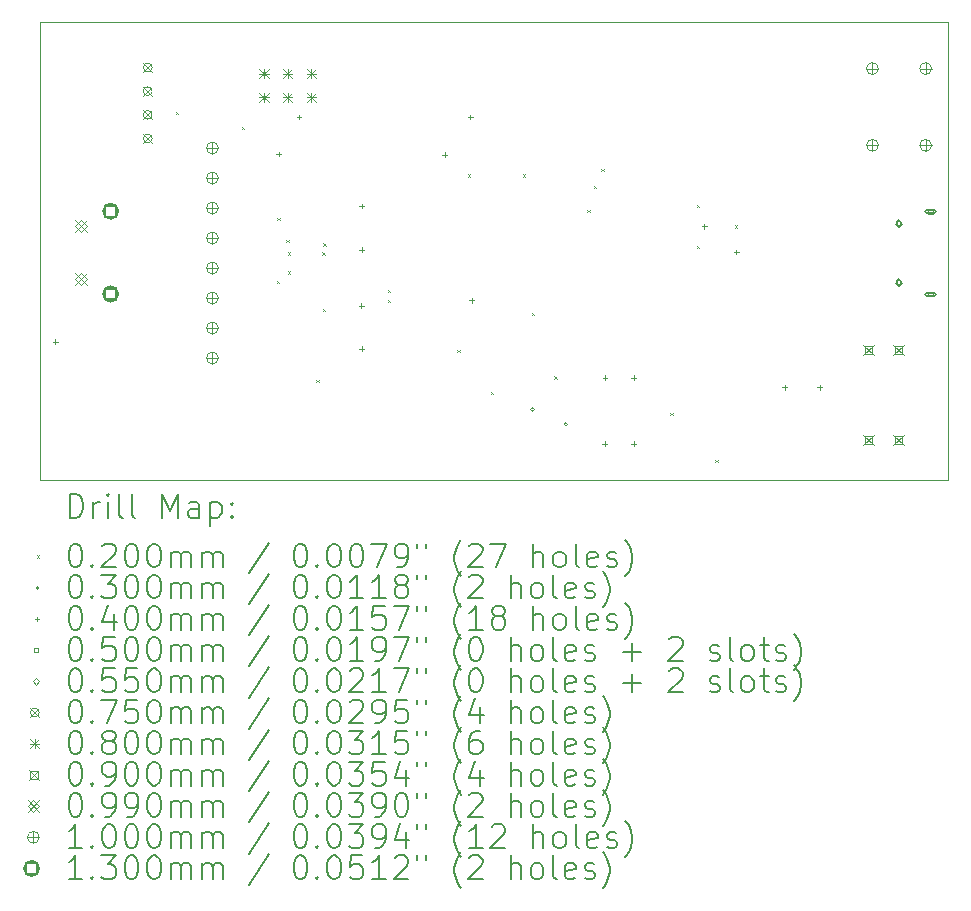
<source format=gbr>
%FSLAX45Y45*%
G04 Gerber Fmt 4.5, Leading zero omitted, Abs format (unit mm)*
G04 Created by KiCad (PCBNEW (6.0.0)) date 2022-10-17 15:32:17*
%MOMM*%
%LPD*%
G01*
G04 APERTURE LIST*
%TA.AperFunction,Profile*%
%ADD10C,0.100000*%
%TD*%
%ADD11C,0.200000*%
%ADD12C,0.020000*%
%ADD13C,0.030000*%
%ADD14C,0.040000*%
%ADD15C,0.050000*%
%ADD16C,0.055000*%
%ADD17C,0.075000*%
%ADD18C,0.080000*%
%ADD19C,0.090000*%
%ADD20C,0.099000*%
%ADD21C,0.100000*%
%ADD22C,0.130000*%
G04 APERTURE END LIST*
D10*
X6443200Y-8550520D02*
X14129240Y-8550520D01*
X14129240Y-8550520D02*
X14129240Y-4666860D01*
X14129240Y-4666860D02*
X6443200Y-4666860D01*
X6443200Y-4666860D02*
X6443200Y-8550520D01*
D11*
D12*
X7596520Y-5431560D02*
X7616520Y-5451560D01*
X7616520Y-5431560D02*
X7596520Y-5451560D01*
X8152780Y-5558560D02*
X8172780Y-5578560D01*
X8172780Y-5558560D02*
X8152780Y-5578560D01*
X8449960Y-6859040D02*
X8469960Y-6879040D01*
X8469960Y-6859040D02*
X8449960Y-6879040D01*
X8455040Y-6325640D02*
X8475040Y-6345640D01*
X8475040Y-6325640D02*
X8455040Y-6345640D01*
X8531240Y-6513600D02*
X8551240Y-6533600D01*
X8551240Y-6513600D02*
X8531240Y-6533600D01*
X8543940Y-6617740D02*
X8563940Y-6637740D01*
X8563940Y-6617740D02*
X8543940Y-6637740D01*
X8543940Y-6780300D02*
X8563940Y-6800300D01*
X8563940Y-6780300D02*
X8543940Y-6800300D01*
X8782700Y-7697240D02*
X8802700Y-7717240D01*
X8802700Y-7697240D02*
X8782700Y-7717240D01*
X8836040Y-6617740D02*
X8856040Y-6637740D01*
X8856040Y-6617740D02*
X8836040Y-6637740D01*
X8841120Y-7097800D02*
X8861120Y-7117800D01*
X8861120Y-7097800D02*
X8841120Y-7117800D01*
X8843660Y-6541540D02*
X8863660Y-6561540D01*
X8863660Y-6541540D02*
X8843660Y-6561540D01*
X9388000Y-6936900D02*
X9408000Y-6956900D01*
X9408000Y-6936900D02*
X9388000Y-6956900D01*
X9388000Y-7020720D02*
X9408000Y-7040720D01*
X9408000Y-7020720D02*
X9388000Y-7040720D01*
X9976500Y-7445780D02*
X9996500Y-7465780D01*
X9996500Y-7445780D02*
X9976500Y-7465780D01*
X10068720Y-5959000D02*
X10088720Y-5979000D01*
X10088720Y-5959000D02*
X10068720Y-5979000D01*
X10263520Y-7801380D02*
X10283520Y-7821380D01*
X10283520Y-7801380D02*
X10263520Y-7821380D01*
X10533540Y-5959000D02*
X10553540Y-5979000D01*
X10553540Y-5959000D02*
X10533540Y-5979000D01*
X10608960Y-7130820D02*
X10628960Y-7150820D01*
X10628960Y-7130820D02*
X10608960Y-7150820D01*
X10799460Y-7669300D02*
X10819460Y-7689300D01*
X10819460Y-7669300D02*
X10799460Y-7689300D01*
X11078860Y-6257060D02*
X11098860Y-6277060D01*
X11098860Y-6257060D02*
X11078860Y-6277060D01*
X11134740Y-6056400D02*
X11154740Y-6076400D01*
X11154740Y-6056400D02*
X11134740Y-6076400D01*
X11195700Y-5911620D02*
X11215700Y-5931620D01*
X11215700Y-5911620D02*
X11195700Y-5931620D01*
X11779900Y-7979180D02*
X11799900Y-7999180D01*
X11799900Y-7979180D02*
X11779900Y-7999180D01*
X12006740Y-6218080D02*
X12026740Y-6238080D01*
X12026740Y-6218080D02*
X12006740Y-6238080D01*
X12006740Y-6563520D02*
X12026740Y-6583520D01*
X12026740Y-6563520D02*
X12006740Y-6583520D01*
X12163440Y-8377960D02*
X12183440Y-8397960D01*
X12183440Y-8377960D02*
X12163440Y-8397960D01*
X12327990Y-6389275D02*
X12347990Y-6409275D01*
X12347990Y-6389275D02*
X12327990Y-6409275D01*
D13*
X10628880Y-7951080D02*
G75*
G03*
X10628880Y-7951080I-15000J0D01*
G01*
X10910820Y-8073000D02*
G75*
G03*
X10910820Y-8073000I-15000J0D01*
G01*
D14*
X6575280Y-7356160D02*
X6575280Y-7396160D01*
X6555280Y-7376160D02*
X6595280Y-7376160D01*
X8465040Y-5766900D02*
X8465040Y-5806900D01*
X8445040Y-5786900D02*
X8485040Y-5786900D01*
X8637760Y-5454580D02*
X8637760Y-5494580D01*
X8617760Y-5474580D02*
X8657760Y-5474580D01*
X9166080Y-7049700D02*
X9166080Y-7089700D01*
X9146080Y-7069700D02*
X9186080Y-7069700D01*
X9167980Y-7413560D02*
X9167980Y-7453560D01*
X9147980Y-7433560D02*
X9187980Y-7433560D01*
X9168620Y-6206420D02*
X9168620Y-6246420D01*
X9148620Y-6226420D02*
X9188620Y-6226420D01*
X9168620Y-6577260D02*
X9168620Y-6617260D01*
X9148620Y-6597260D02*
X9188620Y-6597260D01*
X9872200Y-5772080D02*
X9872200Y-5812080D01*
X9852200Y-5792080D02*
X9892200Y-5792080D01*
X10088100Y-5454580D02*
X10088100Y-5494580D01*
X10068100Y-5474580D02*
X10108100Y-5474580D01*
X10100800Y-7006520D02*
X10100800Y-7046520D01*
X10080800Y-7026520D02*
X10120800Y-7026520D01*
X11226020Y-8218100D02*
X11226020Y-8258100D01*
X11206020Y-8238100D02*
X11246020Y-8238100D01*
X11228560Y-7661840D02*
X11228560Y-7701840D01*
X11208560Y-7681840D02*
X11248560Y-7681840D01*
X11472400Y-7661840D02*
X11472400Y-7701840D01*
X11452400Y-7681840D02*
X11492400Y-7681840D01*
X11472400Y-8218100D02*
X11472400Y-8258100D01*
X11452400Y-8238100D02*
X11492400Y-8238100D01*
X12069300Y-6379139D02*
X12069300Y-6419139D01*
X12049300Y-6399139D02*
X12089300Y-6399139D01*
X12339320Y-6596700D02*
X12339320Y-6636700D01*
X12319320Y-6616700D02*
X12359320Y-6616700D01*
X12750020Y-7743120D02*
X12750020Y-7783120D01*
X12730020Y-7763120D02*
X12770020Y-7763120D01*
X13044660Y-7743120D02*
X13044660Y-7783120D01*
X13024660Y-7763120D02*
X13064660Y-7763120D01*
D15*
X14001558Y-6292878D02*
X14001558Y-6257522D01*
X13966202Y-6257522D01*
X13966202Y-6292878D01*
X14001558Y-6292878D01*
D11*
X14016380Y-6260200D02*
X13951380Y-6260200D01*
X14016380Y-6290200D02*
X13951380Y-6290200D01*
X13951380Y-6260200D02*
G75*
G03*
X13951380Y-6290200I0J-15000D01*
G01*
X14016380Y-6290200D02*
G75*
G03*
X14016380Y-6260200I0J15000D01*
G01*
D15*
X14001558Y-6992878D02*
X14001558Y-6957522D01*
X13966202Y-6957522D01*
X13966202Y-6992878D01*
X14001558Y-6992878D01*
D11*
X14016380Y-6960200D02*
X13951380Y-6960200D01*
X14016380Y-6990200D02*
X13951380Y-6990200D01*
X13951380Y-6960200D02*
G75*
G03*
X13951380Y-6990200I0J-15000D01*
G01*
X14016380Y-6990200D02*
G75*
G03*
X14016380Y-6960200I0J15000D01*
G01*
D16*
X13713880Y-6402700D02*
X13741380Y-6375200D01*
X13713880Y-6347700D01*
X13686380Y-6375200D01*
X13713880Y-6402700D01*
D11*
X13696380Y-6360200D02*
X13696380Y-6390200D01*
X13731380Y-6360200D02*
X13731380Y-6390200D01*
X13696380Y-6390200D02*
G75*
G03*
X13731380Y-6390200I17500J0D01*
G01*
X13731380Y-6360200D02*
G75*
G03*
X13696380Y-6360200I-17500J0D01*
G01*
D16*
X13713880Y-6902700D02*
X13741380Y-6875200D01*
X13713880Y-6847700D01*
X13686380Y-6875200D01*
X13713880Y-6902700D01*
D11*
X13696380Y-6860200D02*
X13696380Y-6890200D01*
X13731380Y-6860200D02*
X13731380Y-6890200D01*
X13696380Y-6890200D02*
G75*
G03*
X13731380Y-6890200I17500J0D01*
G01*
X13731380Y-6860200D02*
G75*
G03*
X13696380Y-6860200I-17500J0D01*
G01*
D17*
X7318720Y-5017700D02*
X7393720Y-5092700D01*
X7393720Y-5017700D02*
X7318720Y-5092700D01*
X7393720Y-5055200D02*
G75*
G03*
X7393720Y-5055200I-37500J0D01*
G01*
X7318720Y-5217700D02*
X7393720Y-5292700D01*
X7393720Y-5217700D02*
X7318720Y-5292700D01*
X7393720Y-5255200D02*
G75*
G03*
X7393720Y-5255200I-37500J0D01*
G01*
X7318720Y-5417700D02*
X7393720Y-5492700D01*
X7393720Y-5417700D02*
X7318720Y-5492700D01*
X7393720Y-5455200D02*
G75*
G03*
X7393720Y-5455200I-37500J0D01*
G01*
X7318720Y-5617700D02*
X7393720Y-5692700D01*
X7393720Y-5617700D02*
X7318720Y-5692700D01*
X7393720Y-5655200D02*
G75*
G03*
X7393720Y-5655200I-37500J0D01*
G01*
D18*
X8301240Y-5066280D02*
X8381240Y-5146280D01*
X8381240Y-5066280D02*
X8301240Y-5146280D01*
X8341240Y-5066280D02*
X8341240Y-5146280D01*
X8301240Y-5106280D02*
X8381240Y-5106280D01*
X8301240Y-5266280D02*
X8381240Y-5346280D01*
X8381240Y-5266280D02*
X8301240Y-5346280D01*
X8341240Y-5266280D02*
X8341240Y-5346280D01*
X8301240Y-5306280D02*
X8381240Y-5306280D01*
X8501240Y-5066280D02*
X8581240Y-5146280D01*
X8581240Y-5066280D02*
X8501240Y-5146280D01*
X8541240Y-5066280D02*
X8541240Y-5146280D01*
X8501240Y-5106280D02*
X8581240Y-5106280D01*
X8501240Y-5266280D02*
X8581240Y-5346280D01*
X8581240Y-5266280D02*
X8501240Y-5346280D01*
X8541240Y-5266280D02*
X8541240Y-5346280D01*
X8501240Y-5306280D02*
X8581240Y-5306280D01*
X8701240Y-5066280D02*
X8781240Y-5146280D01*
X8781240Y-5066280D02*
X8701240Y-5146280D01*
X8741240Y-5066280D02*
X8741240Y-5146280D01*
X8701240Y-5106280D02*
X8781240Y-5106280D01*
X8701240Y-5266280D02*
X8781240Y-5346280D01*
X8781240Y-5266280D02*
X8701240Y-5346280D01*
X8741240Y-5266280D02*
X8741240Y-5346280D01*
X8701240Y-5306280D02*
X8781240Y-5306280D01*
D19*
X13413180Y-7400620D02*
X13503180Y-7490620D01*
X13503180Y-7400620D02*
X13413180Y-7490620D01*
X13490000Y-7477440D02*
X13490000Y-7413800D01*
X13426360Y-7413800D01*
X13426360Y-7477440D01*
X13490000Y-7477440D01*
X13413680Y-8162620D02*
X13503680Y-8252620D01*
X13503680Y-8162620D02*
X13413680Y-8252620D01*
X13490500Y-8239440D02*
X13490500Y-8175800D01*
X13426860Y-8175800D01*
X13426860Y-8239440D01*
X13490500Y-8239440D01*
X13667180Y-7400620D02*
X13757180Y-7490620D01*
X13757180Y-7400620D02*
X13667180Y-7490620D01*
X13744000Y-7477440D02*
X13744000Y-7413800D01*
X13680360Y-7413800D01*
X13680360Y-7477440D01*
X13744000Y-7477440D01*
X13667680Y-8162620D02*
X13757680Y-8252620D01*
X13757680Y-8162620D02*
X13667680Y-8252620D01*
X13744500Y-8239440D02*
X13744500Y-8175800D01*
X13680860Y-8175800D01*
X13680860Y-8239440D01*
X13744500Y-8239440D01*
D20*
X6744220Y-6347100D02*
X6843220Y-6446100D01*
X6843220Y-6347100D02*
X6744220Y-6446100D01*
X6793720Y-6446100D02*
X6843220Y-6396600D01*
X6793720Y-6347100D01*
X6744220Y-6396600D01*
X6793720Y-6446100D01*
X6744220Y-6797100D02*
X6843220Y-6896100D01*
X6843220Y-6797100D02*
X6744220Y-6896100D01*
X6793720Y-6896100D02*
X6843220Y-6846600D01*
X6793720Y-6797100D01*
X6744220Y-6846600D01*
X6793720Y-6896100D01*
D21*
X7903880Y-5686180D02*
X7903880Y-5786180D01*
X7853880Y-5736180D02*
X7953880Y-5736180D01*
X7953880Y-5736180D02*
G75*
G03*
X7953880Y-5736180I-50000J0D01*
G01*
X7903880Y-5940180D02*
X7903880Y-6040180D01*
X7853880Y-5990180D02*
X7953880Y-5990180D01*
X7953880Y-5990180D02*
G75*
G03*
X7953880Y-5990180I-50000J0D01*
G01*
X7903880Y-6194180D02*
X7903880Y-6294180D01*
X7853880Y-6244180D02*
X7953880Y-6244180D01*
X7953880Y-6244180D02*
G75*
G03*
X7953880Y-6244180I-50000J0D01*
G01*
X7903880Y-6448180D02*
X7903880Y-6548180D01*
X7853880Y-6498180D02*
X7953880Y-6498180D01*
X7953880Y-6498180D02*
G75*
G03*
X7953880Y-6498180I-50000J0D01*
G01*
X7903880Y-6702180D02*
X7903880Y-6802180D01*
X7853880Y-6752180D02*
X7953880Y-6752180D01*
X7953880Y-6752180D02*
G75*
G03*
X7953880Y-6752180I-50000J0D01*
G01*
X7903880Y-6956180D02*
X7903880Y-7056180D01*
X7853880Y-7006180D02*
X7953880Y-7006180D01*
X7953880Y-7006180D02*
G75*
G03*
X7953880Y-7006180I-50000J0D01*
G01*
X7903880Y-7210180D02*
X7903880Y-7310180D01*
X7853880Y-7260180D02*
X7953880Y-7260180D01*
X7953880Y-7260180D02*
G75*
G03*
X7953880Y-7260180I-50000J0D01*
G01*
X7903880Y-7464180D02*
X7903880Y-7564180D01*
X7853880Y-7514180D02*
X7953880Y-7514180D01*
X7953880Y-7514180D02*
G75*
G03*
X7953880Y-7514180I-50000J0D01*
G01*
X13492760Y-5013220D02*
X13492760Y-5113220D01*
X13442760Y-5063220D02*
X13542760Y-5063220D01*
X13542760Y-5063220D02*
G75*
G03*
X13542760Y-5063220I-50000J0D01*
G01*
X13492760Y-5663220D02*
X13492760Y-5763220D01*
X13442760Y-5713220D02*
X13542760Y-5713220D01*
X13542760Y-5713220D02*
G75*
G03*
X13542760Y-5713220I-50000J0D01*
G01*
X13942760Y-5013220D02*
X13942760Y-5113220D01*
X13892760Y-5063220D02*
X13992760Y-5063220D01*
X13992760Y-5063220D02*
G75*
G03*
X13992760Y-5063220I-50000J0D01*
G01*
X13942760Y-5663220D02*
X13942760Y-5763220D01*
X13892760Y-5713220D02*
X13992760Y-5713220D01*
X13992760Y-5713220D02*
G75*
G03*
X13992760Y-5713220I-50000J0D01*
G01*
D22*
X7088682Y-6317062D02*
X7088682Y-6225138D01*
X6996758Y-6225138D01*
X6996758Y-6317062D01*
X7088682Y-6317062D01*
X7107720Y-6271100D02*
G75*
G03*
X7107720Y-6271100I-65000J0D01*
G01*
X7088682Y-7018062D02*
X7088682Y-6926138D01*
X6996758Y-6926138D01*
X6996758Y-7018062D01*
X7088682Y-7018062D01*
X7107720Y-6972100D02*
G75*
G03*
X7107720Y-6972100I-65000J0D01*
G01*
D11*
X6695819Y-8865996D02*
X6695819Y-8665996D01*
X6743438Y-8665996D01*
X6772009Y-8675520D01*
X6791057Y-8694568D01*
X6800581Y-8713615D01*
X6810105Y-8751710D01*
X6810105Y-8780282D01*
X6800581Y-8818377D01*
X6791057Y-8837425D01*
X6772009Y-8856472D01*
X6743438Y-8865996D01*
X6695819Y-8865996D01*
X6895819Y-8865996D02*
X6895819Y-8732663D01*
X6895819Y-8770758D02*
X6905343Y-8751710D01*
X6914867Y-8742187D01*
X6933914Y-8732663D01*
X6952962Y-8732663D01*
X7019628Y-8865996D02*
X7019628Y-8732663D01*
X7019628Y-8665996D02*
X7010105Y-8675520D01*
X7019628Y-8685044D01*
X7029152Y-8675520D01*
X7019628Y-8665996D01*
X7019628Y-8685044D01*
X7143438Y-8865996D02*
X7124390Y-8856472D01*
X7114867Y-8837425D01*
X7114867Y-8665996D01*
X7248200Y-8865996D02*
X7229152Y-8856472D01*
X7219628Y-8837425D01*
X7219628Y-8665996D01*
X7476771Y-8865996D02*
X7476771Y-8665996D01*
X7543438Y-8808853D01*
X7610105Y-8665996D01*
X7610105Y-8865996D01*
X7791057Y-8865996D02*
X7791057Y-8761234D01*
X7781533Y-8742187D01*
X7762486Y-8732663D01*
X7724390Y-8732663D01*
X7705343Y-8742187D01*
X7791057Y-8856472D02*
X7772009Y-8865996D01*
X7724390Y-8865996D01*
X7705343Y-8856472D01*
X7695819Y-8837425D01*
X7695819Y-8818377D01*
X7705343Y-8799330D01*
X7724390Y-8789806D01*
X7772009Y-8789806D01*
X7791057Y-8780282D01*
X7886295Y-8732663D02*
X7886295Y-8932663D01*
X7886295Y-8742187D02*
X7905343Y-8732663D01*
X7943438Y-8732663D01*
X7962486Y-8742187D01*
X7972009Y-8751710D01*
X7981533Y-8770758D01*
X7981533Y-8827901D01*
X7972009Y-8846949D01*
X7962486Y-8856472D01*
X7943438Y-8865996D01*
X7905343Y-8865996D01*
X7886295Y-8856472D01*
X8067248Y-8846949D02*
X8076771Y-8856472D01*
X8067248Y-8865996D01*
X8057724Y-8856472D01*
X8067248Y-8846949D01*
X8067248Y-8865996D01*
X8067248Y-8742187D02*
X8076771Y-8751710D01*
X8067248Y-8761234D01*
X8057724Y-8751710D01*
X8067248Y-8742187D01*
X8067248Y-8761234D01*
D12*
X6418200Y-9185520D02*
X6438200Y-9205520D01*
X6438200Y-9185520D02*
X6418200Y-9205520D01*
D11*
X6733914Y-9085996D02*
X6752962Y-9085996D01*
X6772009Y-9095520D01*
X6781533Y-9105044D01*
X6791057Y-9124091D01*
X6800581Y-9162187D01*
X6800581Y-9209806D01*
X6791057Y-9247901D01*
X6781533Y-9266949D01*
X6772009Y-9276472D01*
X6752962Y-9285996D01*
X6733914Y-9285996D01*
X6714867Y-9276472D01*
X6705343Y-9266949D01*
X6695819Y-9247901D01*
X6686295Y-9209806D01*
X6686295Y-9162187D01*
X6695819Y-9124091D01*
X6705343Y-9105044D01*
X6714867Y-9095520D01*
X6733914Y-9085996D01*
X6886295Y-9266949D02*
X6895819Y-9276472D01*
X6886295Y-9285996D01*
X6876771Y-9276472D01*
X6886295Y-9266949D01*
X6886295Y-9285996D01*
X6972009Y-9105044D02*
X6981533Y-9095520D01*
X7000581Y-9085996D01*
X7048200Y-9085996D01*
X7067248Y-9095520D01*
X7076771Y-9105044D01*
X7086295Y-9124091D01*
X7086295Y-9143139D01*
X7076771Y-9171710D01*
X6962486Y-9285996D01*
X7086295Y-9285996D01*
X7210105Y-9085996D02*
X7229152Y-9085996D01*
X7248200Y-9095520D01*
X7257724Y-9105044D01*
X7267248Y-9124091D01*
X7276771Y-9162187D01*
X7276771Y-9209806D01*
X7267248Y-9247901D01*
X7257724Y-9266949D01*
X7248200Y-9276472D01*
X7229152Y-9285996D01*
X7210105Y-9285996D01*
X7191057Y-9276472D01*
X7181533Y-9266949D01*
X7172009Y-9247901D01*
X7162486Y-9209806D01*
X7162486Y-9162187D01*
X7172009Y-9124091D01*
X7181533Y-9105044D01*
X7191057Y-9095520D01*
X7210105Y-9085996D01*
X7400581Y-9085996D02*
X7419628Y-9085996D01*
X7438676Y-9095520D01*
X7448200Y-9105044D01*
X7457724Y-9124091D01*
X7467248Y-9162187D01*
X7467248Y-9209806D01*
X7457724Y-9247901D01*
X7448200Y-9266949D01*
X7438676Y-9276472D01*
X7419628Y-9285996D01*
X7400581Y-9285996D01*
X7381533Y-9276472D01*
X7372009Y-9266949D01*
X7362486Y-9247901D01*
X7352962Y-9209806D01*
X7352962Y-9162187D01*
X7362486Y-9124091D01*
X7372009Y-9105044D01*
X7381533Y-9095520D01*
X7400581Y-9085996D01*
X7552962Y-9285996D02*
X7552962Y-9152663D01*
X7552962Y-9171710D02*
X7562486Y-9162187D01*
X7581533Y-9152663D01*
X7610105Y-9152663D01*
X7629152Y-9162187D01*
X7638676Y-9181234D01*
X7638676Y-9285996D01*
X7638676Y-9181234D02*
X7648200Y-9162187D01*
X7667248Y-9152663D01*
X7695819Y-9152663D01*
X7714867Y-9162187D01*
X7724390Y-9181234D01*
X7724390Y-9285996D01*
X7819628Y-9285996D02*
X7819628Y-9152663D01*
X7819628Y-9171710D02*
X7829152Y-9162187D01*
X7848200Y-9152663D01*
X7876771Y-9152663D01*
X7895819Y-9162187D01*
X7905343Y-9181234D01*
X7905343Y-9285996D01*
X7905343Y-9181234D02*
X7914867Y-9162187D01*
X7933914Y-9152663D01*
X7962486Y-9152663D01*
X7981533Y-9162187D01*
X7991057Y-9181234D01*
X7991057Y-9285996D01*
X8381533Y-9076472D02*
X8210105Y-9333615D01*
X8638676Y-9085996D02*
X8657724Y-9085996D01*
X8676771Y-9095520D01*
X8686295Y-9105044D01*
X8695819Y-9124091D01*
X8705343Y-9162187D01*
X8705343Y-9209806D01*
X8695819Y-9247901D01*
X8686295Y-9266949D01*
X8676771Y-9276472D01*
X8657724Y-9285996D01*
X8638676Y-9285996D01*
X8619629Y-9276472D01*
X8610105Y-9266949D01*
X8600581Y-9247901D01*
X8591057Y-9209806D01*
X8591057Y-9162187D01*
X8600581Y-9124091D01*
X8610105Y-9105044D01*
X8619629Y-9095520D01*
X8638676Y-9085996D01*
X8791057Y-9266949D02*
X8800581Y-9276472D01*
X8791057Y-9285996D01*
X8781533Y-9276472D01*
X8791057Y-9266949D01*
X8791057Y-9285996D01*
X8924390Y-9085996D02*
X8943438Y-9085996D01*
X8962486Y-9095520D01*
X8972010Y-9105044D01*
X8981533Y-9124091D01*
X8991057Y-9162187D01*
X8991057Y-9209806D01*
X8981533Y-9247901D01*
X8972010Y-9266949D01*
X8962486Y-9276472D01*
X8943438Y-9285996D01*
X8924390Y-9285996D01*
X8905343Y-9276472D01*
X8895819Y-9266949D01*
X8886295Y-9247901D01*
X8876771Y-9209806D01*
X8876771Y-9162187D01*
X8886295Y-9124091D01*
X8895819Y-9105044D01*
X8905343Y-9095520D01*
X8924390Y-9085996D01*
X9114867Y-9085996D02*
X9133914Y-9085996D01*
X9152962Y-9095520D01*
X9162486Y-9105044D01*
X9172010Y-9124091D01*
X9181533Y-9162187D01*
X9181533Y-9209806D01*
X9172010Y-9247901D01*
X9162486Y-9266949D01*
X9152962Y-9276472D01*
X9133914Y-9285996D01*
X9114867Y-9285996D01*
X9095819Y-9276472D01*
X9086295Y-9266949D01*
X9076771Y-9247901D01*
X9067248Y-9209806D01*
X9067248Y-9162187D01*
X9076771Y-9124091D01*
X9086295Y-9105044D01*
X9095819Y-9095520D01*
X9114867Y-9085996D01*
X9248200Y-9085996D02*
X9381533Y-9085996D01*
X9295819Y-9285996D01*
X9467248Y-9285996D02*
X9505343Y-9285996D01*
X9524390Y-9276472D01*
X9533914Y-9266949D01*
X9552962Y-9238377D01*
X9562486Y-9200282D01*
X9562486Y-9124091D01*
X9552962Y-9105044D01*
X9543438Y-9095520D01*
X9524390Y-9085996D01*
X9486295Y-9085996D01*
X9467248Y-9095520D01*
X9457724Y-9105044D01*
X9448200Y-9124091D01*
X9448200Y-9171710D01*
X9457724Y-9190758D01*
X9467248Y-9200282D01*
X9486295Y-9209806D01*
X9524390Y-9209806D01*
X9543438Y-9200282D01*
X9552962Y-9190758D01*
X9562486Y-9171710D01*
X9638676Y-9085996D02*
X9638676Y-9124091D01*
X9714867Y-9085996D02*
X9714867Y-9124091D01*
X10010105Y-9362187D02*
X10000581Y-9352663D01*
X9981533Y-9324091D01*
X9972010Y-9305044D01*
X9962486Y-9276472D01*
X9952962Y-9228853D01*
X9952962Y-9190758D01*
X9962486Y-9143139D01*
X9972010Y-9114568D01*
X9981533Y-9095520D01*
X10000581Y-9066949D01*
X10010105Y-9057425D01*
X10076771Y-9105044D02*
X10086295Y-9095520D01*
X10105343Y-9085996D01*
X10152962Y-9085996D01*
X10172010Y-9095520D01*
X10181533Y-9105044D01*
X10191057Y-9124091D01*
X10191057Y-9143139D01*
X10181533Y-9171710D01*
X10067248Y-9285996D01*
X10191057Y-9285996D01*
X10257724Y-9085996D02*
X10391057Y-9085996D01*
X10305343Y-9285996D01*
X10619629Y-9285996D02*
X10619629Y-9085996D01*
X10705343Y-9285996D02*
X10705343Y-9181234D01*
X10695819Y-9162187D01*
X10676771Y-9152663D01*
X10648200Y-9152663D01*
X10629152Y-9162187D01*
X10619629Y-9171710D01*
X10829152Y-9285996D02*
X10810105Y-9276472D01*
X10800581Y-9266949D01*
X10791057Y-9247901D01*
X10791057Y-9190758D01*
X10800581Y-9171710D01*
X10810105Y-9162187D01*
X10829152Y-9152663D01*
X10857724Y-9152663D01*
X10876771Y-9162187D01*
X10886295Y-9171710D01*
X10895819Y-9190758D01*
X10895819Y-9247901D01*
X10886295Y-9266949D01*
X10876771Y-9276472D01*
X10857724Y-9285996D01*
X10829152Y-9285996D01*
X11010105Y-9285996D02*
X10991057Y-9276472D01*
X10981533Y-9257425D01*
X10981533Y-9085996D01*
X11162486Y-9276472D02*
X11143438Y-9285996D01*
X11105343Y-9285996D01*
X11086295Y-9276472D01*
X11076771Y-9257425D01*
X11076771Y-9181234D01*
X11086295Y-9162187D01*
X11105343Y-9152663D01*
X11143438Y-9152663D01*
X11162486Y-9162187D01*
X11172010Y-9181234D01*
X11172010Y-9200282D01*
X11076771Y-9219330D01*
X11248200Y-9276472D02*
X11267248Y-9285996D01*
X11305343Y-9285996D01*
X11324390Y-9276472D01*
X11333914Y-9257425D01*
X11333914Y-9247901D01*
X11324390Y-9228853D01*
X11305343Y-9219330D01*
X11276771Y-9219330D01*
X11257724Y-9209806D01*
X11248200Y-9190758D01*
X11248200Y-9181234D01*
X11257724Y-9162187D01*
X11276771Y-9152663D01*
X11305343Y-9152663D01*
X11324390Y-9162187D01*
X11400581Y-9362187D02*
X11410105Y-9352663D01*
X11429152Y-9324091D01*
X11438676Y-9305044D01*
X11448200Y-9276472D01*
X11457724Y-9228853D01*
X11457724Y-9190758D01*
X11448200Y-9143139D01*
X11438676Y-9114568D01*
X11429152Y-9095520D01*
X11410105Y-9066949D01*
X11400581Y-9057425D01*
D13*
X6438200Y-9459520D02*
G75*
G03*
X6438200Y-9459520I-15000J0D01*
G01*
D11*
X6733914Y-9349996D02*
X6752962Y-9349996D01*
X6772009Y-9359520D01*
X6781533Y-9369044D01*
X6791057Y-9388091D01*
X6800581Y-9426187D01*
X6800581Y-9473806D01*
X6791057Y-9511901D01*
X6781533Y-9530949D01*
X6772009Y-9540472D01*
X6752962Y-9549996D01*
X6733914Y-9549996D01*
X6714867Y-9540472D01*
X6705343Y-9530949D01*
X6695819Y-9511901D01*
X6686295Y-9473806D01*
X6686295Y-9426187D01*
X6695819Y-9388091D01*
X6705343Y-9369044D01*
X6714867Y-9359520D01*
X6733914Y-9349996D01*
X6886295Y-9530949D02*
X6895819Y-9540472D01*
X6886295Y-9549996D01*
X6876771Y-9540472D01*
X6886295Y-9530949D01*
X6886295Y-9549996D01*
X6962486Y-9349996D02*
X7086295Y-9349996D01*
X7019628Y-9426187D01*
X7048200Y-9426187D01*
X7067248Y-9435710D01*
X7076771Y-9445234D01*
X7086295Y-9464282D01*
X7086295Y-9511901D01*
X7076771Y-9530949D01*
X7067248Y-9540472D01*
X7048200Y-9549996D01*
X6991057Y-9549996D01*
X6972009Y-9540472D01*
X6962486Y-9530949D01*
X7210105Y-9349996D02*
X7229152Y-9349996D01*
X7248200Y-9359520D01*
X7257724Y-9369044D01*
X7267248Y-9388091D01*
X7276771Y-9426187D01*
X7276771Y-9473806D01*
X7267248Y-9511901D01*
X7257724Y-9530949D01*
X7248200Y-9540472D01*
X7229152Y-9549996D01*
X7210105Y-9549996D01*
X7191057Y-9540472D01*
X7181533Y-9530949D01*
X7172009Y-9511901D01*
X7162486Y-9473806D01*
X7162486Y-9426187D01*
X7172009Y-9388091D01*
X7181533Y-9369044D01*
X7191057Y-9359520D01*
X7210105Y-9349996D01*
X7400581Y-9349996D02*
X7419628Y-9349996D01*
X7438676Y-9359520D01*
X7448200Y-9369044D01*
X7457724Y-9388091D01*
X7467248Y-9426187D01*
X7467248Y-9473806D01*
X7457724Y-9511901D01*
X7448200Y-9530949D01*
X7438676Y-9540472D01*
X7419628Y-9549996D01*
X7400581Y-9549996D01*
X7381533Y-9540472D01*
X7372009Y-9530949D01*
X7362486Y-9511901D01*
X7352962Y-9473806D01*
X7352962Y-9426187D01*
X7362486Y-9388091D01*
X7372009Y-9369044D01*
X7381533Y-9359520D01*
X7400581Y-9349996D01*
X7552962Y-9549996D02*
X7552962Y-9416663D01*
X7552962Y-9435710D02*
X7562486Y-9426187D01*
X7581533Y-9416663D01*
X7610105Y-9416663D01*
X7629152Y-9426187D01*
X7638676Y-9445234D01*
X7638676Y-9549996D01*
X7638676Y-9445234D02*
X7648200Y-9426187D01*
X7667248Y-9416663D01*
X7695819Y-9416663D01*
X7714867Y-9426187D01*
X7724390Y-9445234D01*
X7724390Y-9549996D01*
X7819628Y-9549996D02*
X7819628Y-9416663D01*
X7819628Y-9435710D02*
X7829152Y-9426187D01*
X7848200Y-9416663D01*
X7876771Y-9416663D01*
X7895819Y-9426187D01*
X7905343Y-9445234D01*
X7905343Y-9549996D01*
X7905343Y-9445234D02*
X7914867Y-9426187D01*
X7933914Y-9416663D01*
X7962486Y-9416663D01*
X7981533Y-9426187D01*
X7991057Y-9445234D01*
X7991057Y-9549996D01*
X8381533Y-9340472D02*
X8210105Y-9597615D01*
X8638676Y-9349996D02*
X8657724Y-9349996D01*
X8676771Y-9359520D01*
X8686295Y-9369044D01*
X8695819Y-9388091D01*
X8705343Y-9426187D01*
X8705343Y-9473806D01*
X8695819Y-9511901D01*
X8686295Y-9530949D01*
X8676771Y-9540472D01*
X8657724Y-9549996D01*
X8638676Y-9549996D01*
X8619629Y-9540472D01*
X8610105Y-9530949D01*
X8600581Y-9511901D01*
X8591057Y-9473806D01*
X8591057Y-9426187D01*
X8600581Y-9388091D01*
X8610105Y-9369044D01*
X8619629Y-9359520D01*
X8638676Y-9349996D01*
X8791057Y-9530949D02*
X8800581Y-9540472D01*
X8791057Y-9549996D01*
X8781533Y-9540472D01*
X8791057Y-9530949D01*
X8791057Y-9549996D01*
X8924390Y-9349996D02*
X8943438Y-9349996D01*
X8962486Y-9359520D01*
X8972010Y-9369044D01*
X8981533Y-9388091D01*
X8991057Y-9426187D01*
X8991057Y-9473806D01*
X8981533Y-9511901D01*
X8972010Y-9530949D01*
X8962486Y-9540472D01*
X8943438Y-9549996D01*
X8924390Y-9549996D01*
X8905343Y-9540472D01*
X8895819Y-9530949D01*
X8886295Y-9511901D01*
X8876771Y-9473806D01*
X8876771Y-9426187D01*
X8886295Y-9388091D01*
X8895819Y-9369044D01*
X8905343Y-9359520D01*
X8924390Y-9349996D01*
X9181533Y-9549996D02*
X9067248Y-9549996D01*
X9124390Y-9549996D02*
X9124390Y-9349996D01*
X9105343Y-9378568D01*
X9086295Y-9397615D01*
X9067248Y-9407139D01*
X9372010Y-9549996D02*
X9257724Y-9549996D01*
X9314867Y-9549996D02*
X9314867Y-9349996D01*
X9295819Y-9378568D01*
X9276771Y-9397615D01*
X9257724Y-9407139D01*
X9486295Y-9435710D02*
X9467248Y-9426187D01*
X9457724Y-9416663D01*
X9448200Y-9397615D01*
X9448200Y-9388091D01*
X9457724Y-9369044D01*
X9467248Y-9359520D01*
X9486295Y-9349996D01*
X9524390Y-9349996D01*
X9543438Y-9359520D01*
X9552962Y-9369044D01*
X9562486Y-9388091D01*
X9562486Y-9397615D01*
X9552962Y-9416663D01*
X9543438Y-9426187D01*
X9524390Y-9435710D01*
X9486295Y-9435710D01*
X9467248Y-9445234D01*
X9457724Y-9454758D01*
X9448200Y-9473806D01*
X9448200Y-9511901D01*
X9457724Y-9530949D01*
X9467248Y-9540472D01*
X9486295Y-9549996D01*
X9524390Y-9549996D01*
X9543438Y-9540472D01*
X9552962Y-9530949D01*
X9562486Y-9511901D01*
X9562486Y-9473806D01*
X9552962Y-9454758D01*
X9543438Y-9445234D01*
X9524390Y-9435710D01*
X9638676Y-9349996D02*
X9638676Y-9388091D01*
X9714867Y-9349996D02*
X9714867Y-9388091D01*
X10010105Y-9626187D02*
X10000581Y-9616663D01*
X9981533Y-9588091D01*
X9972010Y-9569044D01*
X9962486Y-9540472D01*
X9952962Y-9492853D01*
X9952962Y-9454758D01*
X9962486Y-9407139D01*
X9972010Y-9378568D01*
X9981533Y-9359520D01*
X10000581Y-9330949D01*
X10010105Y-9321425D01*
X10076771Y-9369044D02*
X10086295Y-9359520D01*
X10105343Y-9349996D01*
X10152962Y-9349996D01*
X10172010Y-9359520D01*
X10181533Y-9369044D01*
X10191057Y-9388091D01*
X10191057Y-9407139D01*
X10181533Y-9435710D01*
X10067248Y-9549996D01*
X10191057Y-9549996D01*
X10429152Y-9549996D02*
X10429152Y-9349996D01*
X10514867Y-9549996D02*
X10514867Y-9445234D01*
X10505343Y-9426187D01*
X10486295Y-9416663D01*
X10457724Y-9416663D01*
X10438676Y-9426187D01*
X10429152Y-9435710D01*
X10638676Y-9549996D02*
X10619629Y-9540472D01*
X10610105Y-9530949D01*
X10600581Y-9511901D01*
X10600581Y-9454758D01*
X10610105Y-9435710D01*
X10619629Y-9426187D01*
X10638676Y-9416663D01*
X10667248Y-9416663D01*
X10686295Y-9426187D01*
X10695819Y-9435710D01*
X10705343Y-9454758D01*
X10705343Y-9511901D01*
X10695819Y-9530949D01*
X10686295Y-9540472D01*
X10667248Y-9549996D01*
X10638676Y-9549996D01*
X10819629Y-9549996D02*
X10800581Y-9540472D01*
X10791057Y-9521425D01*
X10791057Y-9349996D01*
X10972010Y-9540472D02*
X10952962Y-9549996D01*
X10914867Y-9549996D01*
X10895819Y-9540472D01*
X10886295Y-9521425D01*
X10886295Y-9445234D01*
X10895819Y-9426187D01*
X10914867Y-9416663D01*
X10952962Y-9416663D01*
X10972010Y-9426187D01*
X10981533Y-9445234D01*
X10981533Y-9464282D01*
X10886295Y-9483330D01*
X11057724Y-9540472D02*
X11076771Y-9549996D01*
X11114867Y-9549996D01*
X11133914Y-9540472D01*
X11143438Y-9521425D01*
X11143438Y-9511901D01*
X11133914Y-9492853D01*
X11114867Y-9483330D01*
X11086295Y-9483330D01*
X11067248Y-9473806D01*
X11057724Y-9454758D01*
X11057724Y-9445234D01*
X11067248Y-9426187D01*
X11086295Y-9416663D01*
X11114867Y-9416663D01*
X11133914Y-9426187D01*
X11210105Y-9626187D02*
X11219628Y-9616663D01*
X11238676Y-9588091D01*
X11248200Y-9569044D01*
X11257724Y-9540472D01*
X11267248Y-9492853D01*
X11267248Y-9454758D01*
X11257724Y-9407139D01*
X11248200Y-9378568D01*
X11238676Y-9359520D01*
X11219628Y-9330949D01*
X11210105Y-9321425D01*
D14*
X6418200Y-9703520D02*
X6418200Y-9743520D01*
X6398200Y-9723520D02*
X6438200Y-9723520D01*
D11*
X6733914Y-9613996D02*
X6752962Y-9613996D01*
X6772009Y-9623520D01*
X6781533Y-9633044D01*
X6791057Y-9652091D01*
X6800581Y-9690187D01*
X6800581Y-9737806D01*
X6791057Y-9775901D01*
X6781533Y-9794949D01*
X6772009Y-9804472D01*
X6752962Y-9813996D01*
X6733914Y-9813996D01*
X6714867Y-9804472D01*
X6705343Y-9794949D01*
X6695819Y-9775901D01*
X6686295Y-9737806D01*
X6686295Y-9690187D01*
X6695819Y-9652091D01*
X6705343Y-9633044D01*
X6714867Y-9623520D01*
X6733914Y-9613996D01*
X6886295Y-9794949D02*
X6895819Y-9804472D01*
X6886295Y-9813996D01*
X6876771Y-9804472D01*
X6886295Y-9794949D01*
X6886295Y-9813996D01*
X7067248Y-9680663D02*
X7067248Y-9813996D01*
X7019628Y-9604472D02*
X6972009Y-9747330D01*
X7095819Y-9747330D01*
X7210105Y-9613996D02*
X7229152Y-9613996D01*
X7248200Y-9623520D01*
X7257724Y-9633044D01*
X7267248Y-9652091D01*
X7276771Y-9690187D01*
X7276771Y-9737806D01*
X7267248Y-9775901D01*
X7257724Y-9794949D01*
X7248200Y-9804472D01*
X7229152Y-9813996D01*
X7210105Y-9813996D01*
X7191057Y-9804472D01*
X7181533Y-9794949D01*
X7172009Y-9775901D01*
X7162486Y-9737806D01*
X7162486Y-9690187D01*
X7172009Y-9652091D01*
X7181533Y-9633044D01*
X7191057Y-9623520D01*
X7210105Y-9613996D01*
X7400581Y-9613996D02*
X7419628Y-9613996D01*
X7438676Y-9623520D01*
X7448200Y-9633044D01*
X7457724Y-9652091D01*
X7467248Y-9690187D01*
X7467248Y-9737806D01*
X7457724Y-9775901D01*
X7448200Y-9794949D01*
X7438676Y-9804472D01*
X7419628Y-9813996D01*
X7400581Y-9813996D01*
X7381533Y-9804472D01*
X7372009Y-9794949D01*
X7362486Y-9775901D01*
X7352962Y-9737806D01*
X7352962Y-9690187D01*
X7362486Y-9652091D01*
X7372009Y-9633044D01*
X7381533Y-9623520D01*
X7400581Y-9613996D01*
X7552962Y-9813996D02*
X7552962Y-9680663D01*
X7552962Y-9699710D02*
X7562486Y-9690187D01*
X7581533Y-9680663D01*
X7610105Y-9680663D01*
X7629152Y-9690187D01*
X7638676Y-9709234D01*
X7638676Y-9813996D01*
X7638676Y-9709234D02*
X7648200Y-9690187D01*
X7667248Y-9680663D01*
X7695819Y-9680663D01*
X7714867Y-9690187D01*
X7724390Y-9709234D01*
X7724390Y-9813996D01*
X7819628Y-9813996D02*
X7819628Y-9680663D01*
X7819628Y-9699710D02*
X7829152Y-9690187D01*
X7848200Y-9680663D01*
X7876771Y-9680663D01*
X7895819Y-9690187D01*
X7905343Y-9709234D01*
X7905343Y-9813996D01*
X7905343Y-9709234D02*
X7914867Y-9690187D01*
X7933914Y-9680663D01*
X7962486Y-9680663D01*
X7981533Y-9690187D01*
X7991057Y-9709234D01*
X7991057Y-9813996D01*
X8381533Y-9604472D02*
X8210105Y-9861615D01*
X8638676Y-9613996D02*
X8657724Y-9613996D01*
X8676771Y-9623520D01*
X8686295Y-9633044D01*
X8695819Y-9652091D01*
X8705343Y-9690187D01*
X8705343Y-9737806D01*
X8695819Y-9775901D01*
X8686295Y-9794949D01*
X8676771Y-9804472D01*
X8657724Y-9813996D01*
X8638676Y-9813996D01*
X8619629Y-9804472D01*
X8610105Y-9794949D01*
X8600581Y-9775901D01*
X8591057Y-9737806D01*
X8591057Y-9690187D01*
X8600581Y-9652091D01*
X8610105Y-9633044D01*
X8619629Y-9623520D01*
X8638676Y-9613996D01*
X8791057Y-9794949D02*
X8800581Y-9804472D01*
X8791057Y-9813996D01*
X8781533Y-9804472D01*
X8791057Y-9794949D01*
X8791057Y-9813996D01*
X8924390Y-9613996D02*
X8943438Y-9613996D01*
X8962486Y-9623520D01*
X8972010Y-9633044D01*
X8981533Y-9652091D01*
X8991057Y-9690187D01*
X8991057Y-9737806D01*
X8981533Y-9775901D01*
X8972010Y-9794949D01*
X8962486Y-9804472D01*
X8943438Y-9813996D01*
X8924390Y-9813996D01*
X8905343Y-9804472D01*
X8895819Y-9794949D01*
X8886295Y-9775901D01*
X8876771Y-9737806D01*
X8876771Y-9690187D01*
X8886295Y-9652091D01*
X8895819Y-9633044D01*
X8905343Y-9623520D01*
X8924390Y-9613996D01*
X9181533Y-9813996D02*
X9067248Y-9813996D01*
X9124390Y-9813996D02*
X9124390Y-9613996D01*
X9105343Y-9642568D01*
X9086295Y-9661615D01*
X9067248Y-9671139D01*
X9362486Y-9613996D02*
X9267248Y-9613996D01*
X9257724Y-9709234D01*
X9267248Y-9699710D01*
X9286295Y-9690187D01*
X9333914Y-9690187D01*
X9352962Y-9699710D01*
X9362486Y-9709234D01*
X9372010Y-9728282D01*
X9372010Y-9775901D01*
X9362486Y-9794949D01*
X9352962Y-9804472D01*
X9333914Y-9813996D01*
X9286295Y-9813996D01*
X9267248Y-9804472D01*
X9257724Y-9794949D01*
X9438676Y-9613996D02*
X9572010Y-9613996D01*
X9486295Y-9813996D01*
X9638676Y-9613996D02*
X9638676Y-9652091D01*
X9714867Y-9613996D02*
X9714867Y-9652091D01*
X10010105Y-9890187D02*
X10000581Y-9880663D01*
X9981533Y-9852091D01*
X9972010Y-9833044D01*
X9962486Y-9804472D01*
X9952962Y-9756853D01*
X9952962Y-9718758D01*
X9962486Y-9671139D01*
X9972010Y-9642568D01*
X9981533Y-9623520D01*
X10000581Y-9594949D01*
X10010105Y-9585425D01*
X10191057Y-9813996D02*
X10076771Y-9813996D01*
X10133914Y-9813996D02*
X10133914Y-9613996D01*
X10114867Y-9642568D01*
X10095819Y-9661615D01*
X10076771Y-9671139D01*
X10305343Y-9699710D02*
X10286295Y-9690187D01*
X10276771Y-9680663D01*
X10267248Y-9661615D01*
X10267248Y-9652091D01*
X10276771Y-9633044D01*
X10286295Y-9623520D01*
X10305343Y-9613996D01*
X10343438Y-9613996D01*
X10362486Y-9623520D01*
X10372010Y-9633044D01*
X10381533Y-9652091D01*
X10381533Y-9661615D01*
X10372010Y-9680663D01*
X10362486Y-9690187D01*
X10343438Y-9699710D01*
X10305343Y-9699710D01*
X10286295Y-9709234D01*
X10276771Y-9718758D01*
X10267248Y-9737806D01*
X10267248Y-9775901D01*
X10276771Y-9794949D01*
X10286295Y-9804472D01*
X10305343Y-9813996D01*
X10343438Y-9813996D01*
X10362486Y-9804472D01*
X10372010Y-9794949D01*
X10381533Y-9775901D01*
X10381533Y-9737806D01*
X10372010Y-9718758D01*
X10362486Y-9709234D01*
X10343438Y-9699710D01*
X10619629Y-9813996D02*
X10619629Y-9613996D01*
X10705343Y-9813996D02*
X10705343Y-9709234D01*
X10695819Y-9690187D01*
X10676771Y-9680663D01*
X10648200Y-9680663D01*
X10629152Y-9690187D01*
X10619629Y-9699710D01*
X10829152Y-9813996D02*
X10810105Y-9804472D01*
X10800581Y-9794949D01*
X10791057Y-9775901D01*
X10791057Y-9718758D01*
X10800581Y-9699710D01*
X10810105Y-9690187D01*
X10829152Y-9680663D01*
X10857724Y-9680663D01*
X10876771Y-9690187D01*
X10886295Y-9699710D01*
X10895819Y-9718758D01*
X10895819Y-9775901D01*
X10886295Y-9794949D01*
X10876771Y-9804472D01*
X10857724Y-9813996D01*
X10829152Y-9813996D01*
X11010105Y-9813996D02*
X10991057Y-9804472D01*
X10981533Y-9785425D01*
X10981533Y-9613996D01*
X11162486Y-9804472D02*
X11143438Y-9813996D01*
X11105343Y-9813996D01*
X11086295Y-9804472D01*
X11076771Y-9785425D01*
X11076771Y-9709234D01*
X11086295Y-9690187D01*
X11105343Y-9680663D01*
X11143438Y-9680663D01*
X11162486Y-9690187D01*
X11172010Y-9709234D01*
X11172010Y-9728282D01*
X11076771Y-9747330D01*
X11248200Y-9804472D02*
X11267248Y-9813996D01*
X11305343Y-9813996D01*
X11324390Y-9804472D01*
X11333914Y-9785425D01*
X11333914Y-9775901D01*
X11324390Y-9756853D01*
X11305343Y-9747330D01*
X11276771Y-9747330D01*
X11257724Y-9737806D01*
X11248200Y-9718758D01*
X11248200Y-9709234D01*
X11257724Y-9690187D01*
X11276771Y-9680663D01*
X11305343Y-9680663D01*
X11324390Y-9690187D01*
X11400581Y-9890187D02*
X11410105Y-9880663D01*
X11429152Y-9852091D01*
X11438676Y-9833044D01*
X11448200Y-9804472D01*
X11457724Y-9756853D01*
X11457724Y-9718758D01*
X11448200Y-9671139D01*
X11438676Y-9642568D01*
X11429152Y-9623520D01*
X11410105Y-9594949D01*
X11400581Y-9585425D01*
D15*
X6430878Y-10005198D02*
X6430878Y-9969842D01*
X6395522Y-9969842D01*
X6395522Y-10005198D01*
X6430878Y-10005198D01*
D11*
X6733914Y-9877996D02*
X6752962Y-9877996D01*
X6772009Y-9887520D01*
X6781533Y-9897044D01*
X6791057Y-9916091D01*
X6800581Y-9954187D01*
X6800581Y-10001806D01*
X6791057Y-10039901D01*
X6781533Y-10058949D01*
X6772009Y-10068472D01*
X6752962Y-10077996D01*
X6733914Y-10077996D01*
X6714867Y-10068472D01*
X6705343Y-10058949D01*
X6695819Y-10039901D01*
X6686295Y-10001806D01*
X6686295Y-9954187D01*
X6695819Y-9916091D01*
X6705343Y-9897044D01*
X6714867Y-9887520D01*
X6733914Y-9877996D01*
X6886295Y-10058949D02*
X6895819Y-10068472D01*
X6886295Y-10077996D01*
X6876771Y-10068472D01*
X6886295Y-10058949D01*
X6886295Y-10077996D01*
X7076771Y-9877996D02*
X6981533Y-9877996D01*
X6972009Y-9973234D01*
X6981533Y-9963710D01*
X7000581Y-9954187D01*
X7048200Y-9954187D01*
X7067248Y-9963710D01*
X7076771Y-9973234D01*
X7086295Y-9992282D01*
X7086295Y-10039901D01*
X7076771Y-10058949D01*
X7067248Y-10068472D01*
X7048200Y-10077996D01*
X7000581Y-10077996D01*
X6981533Y-10068472D01*
X6972009Y-10058949D01*
X7210105Y-9877996D02*
X7229152Y-9877996D01*
X7248200Y-9887520D01*
X7257724Y-9897044D01*
X7267248Y-9916091D01*
X7276771Y-9954187D01*
X7276771Y-10001806D01*
X7267248Y-10039901D01*
X7257724Y-10058949D01*
X7248200Y-10068472D01*
X7229152Y-10077996D01*
X7210105Y-10077996D01*
X7191057Y-10068472D01*
X7181533Y-10058949D01*
X7172009Y-10039901D01*
X7162486Y-10001806D01*
X7162486Y-9954187D01*
X7172009Y-9916091D01*
X7181533Y-9897044D01*
X7191057Y-9887520D01*
X7210105Y-9877996D01*
X7400581Y-9877996D02*
X7419628Y-9877996D01*
X7438676Y-9887520D01*
X7448200Y-9897044D01*
X7457724Y-9916091D01*
X7467248Y-9954187D01*
X7467248Y-10001806D01*
X7457724Y-10039901D01*
X7448200Y-10058949D01*
X7438676Y-10068472D01*
X7419628Y-10077996D01*
X7400581Y-10077996D01*
X7381533Y-10068472D01*
X7372009Y-10058949D01*
X7362486Y-10039901D01*
X7352962Y-10001806D01*
X7352962Y-9954187D01*
X7362486Y-9916091D01*
X7372009Y-9897044D01*
X7381533Y-9887520D01*
X7400581Y-9877996D01*
X7552962Y-10077996D02*
X7552962Y-9944663D01*
X7552962Y-9963710D02*
X7562486Y-9954187D01*
X7581533Y-9944663D01*
X7610105Y-9944663D01*
X7629152Y-9954187D01*
X7638676Y-9973234D01*
X7638676Y-10077996D01*
X7638676Y-9973234D02*
X7648200Y-9954187D01*
X7667248Y-9944663D01*
X7695819Y-9944663D01*
X7714867Y-9954187D01*
X7724390Y-9973234D01*
X7724390Y-10077996D01*
X7819628Y-10077996D02*
X7819628Y-9944663D01*
X7819628Y-9963710D02*
X7829152Y-9954187D01*
X7848200Y-9944663D01*
X7876771Y-9944663D01*
X7895819Y-9954187D01*
X7905343Y-9973234D01*
X7905343Y-10077996D01*
X7905343Y-9973234D02*
X7914867Y-9954187D01*
X7933914Y-9944663D01*
X7962486Y-9944663D01*
X7981533Y-9954187D01*
X7991057Y-9973234D01*
X7991057Y-10077996D01*
X8381533Y-9868472D02*
X8210105Y-10125615D01*
X8638676Y-9877996D02*
X8657724Y-9877996D01*
X8676771Y-9887520D01*
X8686295Y-9897044D01*
X8695819Y-9916091D01*
X8705343Y-9954187D01*
X8705343Y-10001806D01*
X8695819Y-10039901D01*
X8686295Y-10058949D01*
X8676771Y-10068472D01*
X8657724Y-10077996D01*
X8638676Y-10077996D01*
X8619629Y-10068472D01*
X8610105Y-10058949D01*
X8600581Y-10039901D01*
X8591057Y-10001806D01*
X8591057Y-9954187D01*
X8600581Y-9916091D01*
X8610105Y-9897044D01*
X8619629Y-9887520D01*
X8638676Y-9877996D01*
X8791057Y-10058949D02*
X8800581Y-10068472D01*
X8791057Y-10077996D01*
X8781533Y-10068472D01*
X8791057Y-10058949D01*
X8791057Y-10077996D01*
X8924390Y-9877996D02*
X8943438Y-9877996D01*
X8962486Y-9887520D01*
X8972010Y-9897044D01*
X8981533Y-9916091D01*
X8991057Y-9954187D01*
X8991057Y-10001806D01*
X8981533Y-10039901D01*
X8972010Y-10058949D01*
X8962486Y-10068472D01*
X8943438Y-10077996D01*
X8924390Y-10077996D01*
X8905343Y-10068472D01*
X8895819Y-10058949D01*
X8886295Y-10039901D01*
X8876771Y-10001806D01*
X8876771Y-9954187D01*
X8886295Y-9916091D01*
X8895819Y-9897044D01*
X8905343Y-9887520D01*
X8924390Y-9877996D01*
X9181533Y-10077996D02*
X9067248Y-10077996D01*
X9124390Y-10077996D02*
X9124390Y-9877996D01*
X9105343Y-9906568D01*
X9086295Y-9925615D01*
X9067248Y-9935139D01*
X9276771Y-10077996D02*
X9314867Y-10077996D01*
X9333914Y-10068472D01*
X9343438Y-10058949D01*
X9362486Y-10030377D01*
X9372010Y-9992282D01*
X9372010Y-9916091D01*
X9362486Y-9897044D01*
X9352962Y-9887520D01*
X9333914Y-9877996D01*
X9295819Y-9877996D01*
X9276771Y-9887520D01*
X9267248Y-9897044D01*
X9257724Y-9916091D01*
X9257724Y-9963710D01*
X9267248Y-9982758D01*
X9276771Y-9992282D01*
X9295819Y-10001806D01*
X9333914Y-10001806D01*
X9352962Y-9992282D01*
X9362486Y-9982758D01*
X9372010Y-9963710D01*
X9438676Y-9877996D02*
X9572010Y-9877996D01*
X9486295Y-10077996D01*
X9638676Y-9877996D02*
X9638676Y-9916091D01*
X9714867Y-9877996D02*
X9714867Y-9916091D01*
X10010105Y-10154187D02*
X10000581Y-10144663D01*
X9981533Y-10116091D01*
X9972010Y-10097044D01*
X9962486Y-10068472D01*
X9952962Y-10020853D01*
X9952962Y-9982758D01*
X9962486Y-9935139D01*
X9972010Y-9906568D01*
X9981533Y-9887520D01*
X10000581Y-9858949D01*
X10010105Y-9849425D01*
X10124390Y-9877996D02*
X10143438Y-9877996D01*
X10162486Y-9887520D01*
X10172010Y-9897044D01*
X10181533Y-9916091D01*
X10191057Y-9954187D01*
X10191057Y-10001806D01*
X10181533Y-10039901D01*
X10172010Y-10058949D01*
X10162486Y-10068472D01*
X10143438Y-10077996D01*
X10124390Y-10077996D01*
X10105343Y-10068472D01*
X10095819Y-10058949D01*
X10086295Y-10039901D01*
X10076771Y-10001806D01*
X10076771Y-9954187D01*
X10086295Y-9916091D01*
X10095819Y-9897044D01*
X10105343Y-9887520D01*
X10124390Y-9877996D01*
X10429152Y-10077996D02*
X10429152Y-9877996D01*
X10514867Y-10077996D02*
X10514867Y-9973234D01*
X10505343Y-9954187D01*
X10486295Y-9944663D01*
X10457724Y-9944663D01*
X10438676Y-9954187D01*
X10429152Y-9963710D01*
X10638676Y-10077996D02*
X10619629Y-10068472D01*
X10610105Y-10058949D01*
X10600581Y-10039901D01*
X10600581Y-9982758D01*
X10610105Y-9963710D01*
X10619629Y-9954187D01*
X10638676Y-9944663D01*
X10667248Y-9944663D01*
X10686295Y-9954187D01*
X10695819Y-9963710D01*
X10705343Y-9982758D01*
X10705343Y-10039901D01*
X10695819Y-10058949D01*
X10686295Y-10068472D01*
X10667248Y-10077996D01*
X10638676Y-10077996D01*
X10819629Y-10077996D02*
X10800581Y-10068472D01*
X10791057Y-10049425D01*
X10791057Y-9877996D01*
X10972010Y-10068472D02*
X10952962Y-10077996D01*
X10914867Y-10077996D01*
X10895819Y-10068472D01*
X10886295Y-10049425D01*
X10886295Y-9973234D01*
X10895819Y-9954187D01*
X10914867Y-9944663D01*
X10952962Y-9944663D01*
X10972010Y-9954187D01*
X10981533Y-9973234D01*
X10981533Y-9992282D01*
X10886295Y-10011330D01*
X11057724Y-10068472D02*
X11076771Y-10077996D01*
X11114867Y-10077996D01*
X11133914Y-10068472D01*
X11143438Y-10049425D01*
X11143438Y-10039901D01*
X11133914Y-10020853D01*
X11114867Y-10011330D01*
X11086295Y-10011330D01*
X11067248Y-10001806D01*
X11057724Y-9982758D01*
X11057724Y-9973234D01*
X11067248Y-9954187D01*
X11086295Y-9944663D01*
X11114867Y-9944663D01*
X11133914Y-9954187D01*
X11381533Y-10001806D02*
X11533914Y-10001806D01*
X11457724Y-10077996D02*
X11457724Y-9925615D01*
X11772009Y-9897044D02*
X11781533Y-9887520D01*
X11800581Y-9877996D01*
X11848200Y-9877996D01*
X11867248Y-9887520D01*
X11876771Y-9897044D01*
X11886295Y-9916091D01*
X11886295Y-9935139D01*
X11876771Y-9963710D01*
X11762486Y-10077996D01*
X11886295Y-10077996D01*
X12114867Y-10068472D02*
X12133914Y-10077996D01*
X12172009Y-10077996D01*
X12191057Y-10068472D01*
X12200581Y-10049425D01*
X12200581Y-10039901D01*
X12191057Y-10020853D01*
X12172009Y-10011330D01*
X12143438Y-10011330D01*
X12124390Y-10001806D01*
X12114867Y-9982758D01*
X12114867Y-9973234D01*
X12124390Y-9954187D01*
X12143438Y-9944663D01*
X12172009Y-9944663D01*
X12191057Y-9954187D01*
X12314867Y-10077996D02*
X12295819Y-10068472D01*
X12286295Y-10049425D01*
X12286295Y-9877996D01*
X12419628Y-10077996D02*
X12400581Y-10068472D01*
X12391057Y-10058949D01*
X12381533Y-10039901D01*
X12381533Y-9982758D01*
X12391057Y-9963710D01*
X12400581Y-9954187D01*
X12419628Y-9944663D01*
X12448200Y-9944663D01*
X12467248Y-9954187D01*
X12476771Y-9963710D01*
X12486295Y-9982758D01*
X12486295Y-10039901D01*
X12476771Y-10058949D01*
X12467248Y-10068472D01*
X12448200Y-10077996D01*
X12419628Y-10077996D01*
X12543438Y-9944663D02*
X12619628Y-9944663D01*
X12572009Y-9877996D02*
X12572009Y-10049425D01*
X12581533Y-10068472D01*
X12600581Y-10077996D01*
X12619628Y-10077996D01*
X12676771Y-10068472D02*
X12695819Y-10077996D01*
X12733914Y-10077996D01*
X12752962Y-10068472D01*
X12762486Y-10049425D01*
X12762486Y-10039901D01*
X12752962Y-10020853D01*
X12733914Y-10011330D01*
X12705343Y-10011330D01*
X12686295Y-10001806D01*
X12676771Y-9982758D01*
X12676771Y-9973234D01*
X12686295Y-9954187D01*
X12705343Y-9944663D01*
X12733914Y-9944663D01*
X12752962Y-9954187D01*
X12829152Y-10154187D02*
X12838676Y-10144663D01*
X12857724Y-10116091D01*
X12867248Y-10097044D01*
X12876771Y-10068472D01*
X12886295Y-10020853D01*
X12886295Y-9982758D01*
X12876771Y-9935139D01*
X12867248Y-9906568D01*
X12857724Y-9887520D01*
X12838676Y-9858949D01*
X12829152Y-9849425D01*
D16*
X6410700Y-10279020D02*
X6438200Y-10251520D01*
X6410700Y-10224020D01*
X6383200Y-10251520D01*
X6410700Y-10279020D01*
D11*
X6733914Y-10141996D02*
X6752962Y-10141996D01*
X6772009Y-10151520D01*
X6781533Y-10161044D01*
X6791057Y-10180091D01*
X6800581Y-10218187D01*
X6800581Y-10265806D01*
X6791057Y-10303901D01*
X6781533Y-10322949D01*
X6772009Y-10332472D01*
X6752962Y-10341996D01*
X6733914Y-10341996D01*
X6714867Y-10332472D01*
X6705343Y-10322949D01*
X6695819Y-10303901D01*
X6686295Y-10265806D01*
X6686295Y-10218187D01*
X6695819Y-10180091D01*
X6705343Y-10161044D01*
X6714867Y-10151520D01*
X6733914Y-10141996D01*
X6886295Y-10322949D02*
X6895819Y-10332472D01*
X6886295Y-10341996D01*
X6876771Y-10332472D01*
X6886295Y-10322949D01*
X6886295Y-10341996D01*
X7076771Y-10141996D02*
X6981533Y-10141996D01*
X6972009Y-10237234D01*
X6981533Y-10227710D01*
X7000581Y-10218187D01*
X7048200Y-10218187D01*
X7067248Y-10227710D01*
X7076771Y-10237234D01*
X7086295Y-10256282D01*
X7086295Y-10303901D01*
X7076771Y-10322949D01*
X7067248Y-10332472D01*
X7048200Y-10341996D01*
X7000581Y-10341996D01*
X6981533Y-10332472D01*
X6972009Y-10322949D01*
X7267248Y-10141996D02*
X7172009Y-10141996D01*
X7162486Y-10237234D01*
X7172009Y-10227710D01*
X7191057Y-10218187D01*
X7238676Y-10218187D01*
X7257724Y-10227710D01*
X7267248Y-10237234D01*
X7276771Y-10256282D01*
X7276771Y-10303901D01*
X7267248Y-10322949D01*
X7257724Y-10332472D01*
X7238676Y-10341996D01*
X7191057Y-10341996D01*
X7172009Y-10332472D01*
X7162486Y-10322949D01*
X7400581Y-10141996D02*
X7419628Y-10141996D01*
X7438676Y-10151520D01*
X7448200Y-10161044D01*
X7457724Y-10180091D01*
X7467248Y-10218187D01*
X7467248Y-10265806D01*
X7457724Y-10303901D01*
X7448200Y-10322949D01*
X7438676Y-10332472D01*
X7419628Y-10341996D01*
X7400581Y-10341996D01*
X7381533Y-10332472D01*
X7372009Y-10322949D01*
X7362486Y-10303901D01*
X7352962Y-10265806D01*
X7352962Y-10218187D01*
X7362486Y-10180091D01*
X7372009Y-10161044D01*
X7381533Y-10151520D01*
X7400581Y-10141996D01*
X7552962Y-10341996D02*
X7552962Y-10208663D01*
X7552962Y-10227710D02*
X7562486Y-10218187D01*
X7581533Y-10208663D01*
X7610105Y-10208663D01*
X7629152Y-10218187D01*
X7638676Y-10237234D01*
X7638676Y-10341996D01*
X7638676Y-10237234D02*
X7648200Y-10218187D01*
X7667248Y-10208663D01*
X7695819Y-10208663D01*
X7714867Y-10218187D01*
X7724390Y-10237234D01*
X7724390Y-10341996D01*
X7819628Y-10341996D02*
X7819628Y-10208663D01*
X7819628Y-10227710D02*
X7829152Y-10218187D01*
X7848200Y-10208663D01*
X7876771Y-10208663D01*
X7895819Y-10218187D01*
X7905343Y-10237234D01*
X7905343Y-10341996D01*
X7905343Y-10237234D02*
X7914867Y-10218187D01*
X7933914Y-10208663D01*
X7962486Y-10208663D01*
X7981533Y-10218187D01*
X7991057Y-10237234D01*
X7991057Y-10341996D01*
X8381533Y-10132472D02*
X8210105Y-10389615D01*
X8638676Y-10141996D02*
X8657724Y-10141996D01*
X8676771Y-10151520D01*
X8686295Y-10161044D01*
X8695819Y-10180091D01*
X8705343Y-10218187D01*
X8705343Y-10265806D01*
X8695819Y-10303901D01*
X8686295Y-10322949D01*
X8676771Y-10332472D01*
X8657724Y-10341996D01*
X8638676Y-10341996D01*
X8619629Y-10332472D01*
X8610105Y-10322949D01*
X8600581Y-10303901D01*
X8591057Y-10265806D01*
X8591057Y-10218187D01*
X8600581Y-10180091D01*
X8610105Y-10161044D01*
X8619629Y-10151520D01*
X8638676Y-10141996D01*
X8791057Y-10322949D02*
X8800581Y-10332472D01*
X8791057Y-10341996D01*
X8781533Y-10332472D01*
X8791057Y-10322949D01*
X8791057Y-10341996D01*
X8924390Y-10141996D02*
X8943438Y-10141996D01*
X8962486Y-10151520D01*
X8972010Y-10161044D01*
X8981533Y-10180091D01*
X8991057Y-10218187D01*
X8991057Y-10265806D01*
X8981533Y-10303901D01*
X8972010Y-10322949D01*
X8962486Y-10332472D01*
X8943438Y-10341996D01*
X8924390Y-10341996D01*
X8905343Y-10332472D01*
X8895819Y-10322949D01*
X8886295Y-10303901D01*
X8876771Y-10265806D01*
X8876771Y-10218187D01*
X8886295Y-10180091D01*
X8895819Y-10161044D01*
X8905343Y-10151520D01*
X8924390Y-10141996D01*
X9067248Y-10161044D02*
X9076771Y-10151520D01*
X9095819Y-10141996D01*
X9143438Y-10141996D01*
X9162486Y-10151520D01*
X9172010Y-10161044D01*
X9181533Y-10180091D01*
X9181533Y-10199139D01*
X9172010Y-10227710D01*
X9057724Y-10341996D01*
X9181533Y-10341996D01*
X9372010Y-10341996D02*
X9257724Y-10341996D01*
X9314867Y-10341996D02*
X9314867Y-10141996D01*
X9295819Y-10170568D01*
X9276771Y-10189615D01*
X9257724Y-10199139D01*
X9438676Y-10141996D02*
X9572010Y-10141996D01*
X9486295Y-10341996D01*
X9638676Y-10141996D02*
X9638676Y-10180091D01*
X9714867Y-10141996D02*
X9714867Y-10180091D01*
X10010105Y-10418187D02*
X10000581Y-10408663D01*
X9981533Y-10380091D01*
X9972010Y-10361044D01*
X9962486Y-10332472D01*
X9952962Y-10284853D01*
X9952962Y-10246758D01*
X9962486Y-10199139D01*
X9972010Y-10170568D01*
X9981533Y-10151520D01*
X10000581Y-10122949D01*
X10010105Y-10113425D01*
X10124390Y-10141996D02*
X10143438Y-10141996D01*
X10162486Y-10151520D01*
X10172010Y-10161044D01*
X10181533Y-10180091D01*
X10191057Y-10218187D01*
X10191057Y-10265806D01*
X10181533Y-10303901D01*
X10172010Y-10322949D01*
X10162486Y-10332472D01*
X10143438Y-10341996D01*
X10124390Y-10341996D01*
X10105343Y-10332472D01*
X10095819Y-10322949D01*
X10086295Y-10303901D01*
X10076771Y-10265806D01*
X10076771Y-10218187D01*
X10086295Y-10180091D01*
X10095819Y-10161044D01*
X10105343Y-10151520D01*
X10124390Y-10141996D01*
X10429152Y-10341996D02*
X10429152Y-10141996D01*
X10514867Y-10341996D02*
X10514867Y-10237234D01*
X10505343Y-10218187D01*
X10486295Y-10208663D01*
X10457724Y-10208663D01*
X10438676Y-10218187D01*
X10429152Y-10227710D01*
X10638676Y-10341996D02*
X10619629Y-10332472D01*
X10610105Y-10322949D01*
X10600581Y-10303901D01*
X10600581Y-10246758D01*
X10610105Y-10227710D01*
X10619629Y-10218187D01*
X10638676Y-10208663D01*
X10667248Y-10208663D01*
X10686295Y-10218187D01*
X10695819Y-10227710D01*
X10705343Y-10246758D01*
X10705343Y-10303901D01*
X10695819Y-10322949D01*
X10686295Y-10332472D01*
X10667248Y-10341996D01*
X10638676Y-10341996D01*
X10819629Y-10341996D02*
X10800581Y-10332472D01*
X10791057Y-10313425D01*
X10791057Y-10141996D01*
X10972010Y-10332472D02*
X10952962Y-10341996D01*
X10914867Y-10341996D01*
X10895819Y-10332472D01*
X10886295Y-10313425D01*
X10886295Y-10237234D01*
X10895819Y-10218187D01*
X10914867Y-10208663D01*
X10952962Y-10208663D01*
X10972010Y-10218187D01*
X10981533Y-10237234D01*
X10981533Y-10256282D01*
X10886295Y-10275330D01*
X11057724Y-10332472D02*
X11076771Y-10341996D01*
X11114867Y-10341996D01*
X11133914Y-10332472D01*
X11143438Y-10313425D01*
X11143438Y-10303901D01*
X11133914Y-10284853D01*
X11114867Y-10275330D01*
X11086295Y-10275330D01*
X11067248Y-10265806D01*
X11057724Y-10246758D01*
X11057724Y-10237234D01*
X11067248Y-10218187D01*
X11086295Y-10208663D01*
X11114867Y-10208663D01*
X11133914Y-10218187D01*
X11381533Y-10265806D02*
X11533914Y-10265806D01*
X11457724Y-10341996D02*
X11457724Y-10189615D01*
X11772009Y-10161044D02*
X11781533Y-10151520D01*
X11800581Y-10141996D01*
X11848200Y-10141996D01*
X11867248Y-10151520D01*
X11876771Y-10161044D01*
X11886295Y-10180091D01*
X11886295Y-10199139D01*
X11876771Y-10227710D01*
X11762486Y-10341996D01*
X11886295Y-10341996D01*
X12114867Y-10332472D02*
X12133914Y-10341996D01*
X12172009Y-10341996D01*
X12191057Y-10332472D01*
X12200581Y-10313425D01*
X12200581Y-10303901D01*
X12191057Y-10284853D01*
X12172009Y-10275330D01*
X12143438Y-10275330D01*
X12124390Y-10265806D01*
X12114867Y-10246758D01*
X12114867Y-10237234D01*
X12124390Y-10218187D01*
X12143438Y-10208663D01*
X12172009Y-10208663D01*
X12191057Y-10218187D01*
X12314867Y-10341996D02*
X12295819Y-10332472D01*
X12286295Y-10313425D01*
X12286295Y-10141996D01*
X12419628Y-10341996D02*
X12400581Y-10332472D01*
X12391057Y-10322949D01*
X12381533Y-10303901D01*
X12381533Y-10246758D01*
X12391057Y-10227710D01*
X12400581Y-10218187D01*
X12419628Y-10208663D01*
X12448200Y-10208663D01*
X12467248Y-10218187D01*
X12476771Y-10227710D01*
X12486295Y-10246758D01*
X12486295Y-10303901D01*
X12476771Y-10322949D01*
X12467248Y-10332472D01*
X12448200Y-10341996D01*
X12419628Y-10341996D01*
X12543438Y-10208663D02*
X12619628Y-10208663D01*
X12572009Y-10141996D02*
X12572009Y-10313425D01*
X12581533Y-10332472D01*
X12600581Y-10341996D01*
X12619628Y-10341996D01*
X12676771Y-10332472D02*
X12695819Y-10341996D01*
X12733914Y-10341996D01*
X12752962Y-10332472D01*
X12762486Y-10313425D01*
X12762486Y-10303901D01*
X12752962Y-10284853D01*
X12733914Y-10275330D01*
X12705343Y-10275330D01*
X12686295Y-10265806D01*
X12676771Y-10246758D01*
X12676771Y-10237234D01*
X12686295Y-10218187D01*
X12705343Y-10208663D01*
X12733914Y-10208663D01*
X12752962Y-10218187D01*
X12829152Y-10418187D02*
X12838676Y-10408663D01*
X12857724Y-10380091D01*
X12867248Y-10361044D01*
X12876771Y-10332472D01*
X12886295Y-10284853D01*
X12886295Y-10246758D01*
X12876771Y-10199139D01*
X12867248Y-10170568D01*
X12857724Y-10151520D01*
X12838676Y-10122949D01*
X12829152Y-10113425D01*
D17*
X6363200Y-10478020D02*
X6438200Y-10553020D01*
X6438200Y-10478020D02*
X6363200Y-10553020D01*
X6438200Y-10515520D02*
G75*
G03*
X6438200Y-10515520I-37500J0D01*
G01*
D11*
X6733914Y-10405996D02*
X6752962Y-10405996D01*
X6772009Y-10415520D01*
X6781533Y-10425044D01*
X6791057Y-10444091D01*
X6800581Y-10482187D01*
X6800581Y-10529806D01*
X6791057Y-10567901D01*
X6781533Y-10586949D01*
X6772009Y-10596472D01*
X6752962Y-10605996D01*
X6733914Y-10605996D01*
X6714867Y-10596472D01*
X6705343Y-10586949D01*
X6695819Y-10567901D01*
X6686295Y-10529806D01*
X6686295Y-10482187D01*
X6695819Y-10444091D01*
X6705343Y-10425044D01*
X6714867Y-10415520D01*
X6733914Y-10405996D01*
X6886295Y-10586949D02*
X6895819Y-10596472D01*
X6886295Y-10605996D01*
X6876771Y-10596472D01*
X6886295Y-10586949D01*
X6886295Y-10605996D01*
X6962486Y-10405996D02*
X7095819Y-10405996D01*
X7010105Y-10605996D01*
X7267248Y-10405996D02*
X7172009Y-10405996D01*
X7162486Y-10501234D01*
X7172009Y-10491710D01*
X7191057Y-10482187D01*
X7238676Y-10482187D01*
X7257724Y-10491710D01*
X7267248Y-10501234D01*
X7276771Y-10520282D01*
X7276771Y-10567901D01*
X7267248Y-10586949D01*
X7257724Y-10596472D01*
X7238676Y-10605996D01*
X7191057Y-10605996D01*
X7172009Y-10596472D01*
X7162486Y-10586949D01*
X7400581Y-10405996D02*
X7419628Y-10405996D01*
X7438676Y-10415520D01*
X7448200Y-10425044D01*
X7457724Y-10444091D01*
X7467248Y-10482187D01*
X7467248Y-10529806D01*
X7457724Y-10567901D01*
X7448200Y-10586949D01*
X7438676Y-10596472D01*
X7419628Y-10605996D01*
X7400581Y-10605996D01*
X7381533Y-10596472D01*
X7372009Y-10586949D01*
X7362486Y-10567901D01*
X7352962Y-10529806D01*
X7352962Y-10482187D01*
X7362486Y-10444091D01*
X7372009Y-10425044D01*
X7381533Y-10415520D01*
X7400581Y-10405996D01*
X7552962Y-10605996D02*
X7552962Y-10472663D01*
X7552962Y-10491710D02*
X7562486Y-10482187D01*
X7581533Y-10472663D01*
X7610105Y-10472663D01*
X7629152Y-10482187D01*
X7638676Y-10501234D01*
X7638676Y-10605996D01*
X7638676Y-10501234D02*
X7648200Y-10482187D01*
X7667248Y-10472663D01*
X7695819Y-10472663D01*
X7714867Y-10482187D01*
X7724390Y-10501234D01*
X7724390Y-10605996D01*
X7819628Y-10605996D02*
X7819628Y-10472663D01*
X7819628Y-10491710D02*
X7829152Y-10482187D01*
X7848200Y-10472663D01*
X7876771Y-10472663D01*
X7895819Y-10482187D01*
X7905343Y-10501234D01*
X7905343Y-10605996D01*
X7905343Y-10501234D02*
X7914867Y-10482187D01*
X7933914Y-10472663D01*
X7962486Y-10472663D01*
X7981533Y-10482187D01*
X7991057Y-10501234D01*
X7991057Y-10605996D01*
X8381533Y-10396472D02*
X8210105Y-10653615D01*
X8638676Y-10405996D02*
X8657724Y-10405996D01*
X8676771Y-10415520D01*
X8686295Y-10425044D01*
X8695819Y-10444091D01*
X8705343Y-10482187D01*
X8705343Y-10529806D01*
X8695819Y-10567901D01*
X8686295Y-10586949D01*
X8676771Y-10596472D01*
X8657724Y-10605996D01*
X8638676Y-10605996D01*
X8619629Y-10596472D01*
X8610105Y-10586949D01*
X8600581Y-10567901D01*
X8591057Y-10529806D01*
X8591057Y-10482187D01*
X8600581Y-10444091D01*
X8610105Y-10425044D01*
X8619629Y-10415520D01*
X8638676Y-10405996D01*
X8791057Y-10586949D02*
X8800581Y-10596472D01*
X8791057Y-10605996D01*
X8781533Y-10596472D01*
X8791057Y-10586949D01*
X8791057Y-10605996D01*
X8924390Y-10405996D02*
X8943438Y-10405996D01*
X8962486Y-10415520D01*
X8972010Y-10425044D01*
X8981533Y-10444091D01*
X8991057Y-10482187D01*
X8991057Y-10529806D01*
X8981533Y-10567901D01*
X8972010Y-10586949D01*
X8962486Y-10596472D01*
X8943438Y-10605996D01*
X8924390Y-10605996D01*
X8905343Y-10596472D01*
X8895819Y-10586949D01*
X8886295Y-10567901D01*
X8876771Y-10529806D01*
X8876771Y-10482187D01*
X8886295Y-10444091D01*
X8895819Y-10425044D01*
X8905343Y-10415520D01*
X8924390Y-10405996D01*
X9067248Y-10425044D02*
X9076771Y-10415520D01*
X9095819Y-10405996D01*
X9143438Y-10405996D01*
X9162486Y-10415520D01*
X9172010Y-10425044D01*
X9181533Y-10444091D01*
X9181533Y-10463139D01*
X9172010Y-10491710D01*
X9057724Y-10605996D01*
X9181533Y-10605996D01*
X9276771Y-10605996D02*
X9314867Y-10605996D01*
X9333914Y-10596472D01*
X9343438Y-10586949D01*
X9362486Y-10558377D01*
X9372010Y-10520282D01*
X9372010Y-10444091D01*
X9362486Y-10425044D01*
X9352962Y-10415520D01*
X9333914Y-10405996D01*
X9295819Y-10405996D01*
X9276771Y-10415520D01*
X9267248Y-10425044D01*
X9257724Y-10444091D01*
X9257724Y-10491710D01*
X9267248Y-10510758D01*
X9276771Y-10520282D01*
X9295819Y-10529806D01*
X9333914Y-10529806D01*
X9352962Y-10520282D01*
X9362486Y-10510758D01*
X9372010Y-10491710D01*
X9552962Y-10405996D02*
X9457724Y-10405996D01*
X9448200Y-10501234D01*
X9457724Y-10491710D01*
X9476771Y-10482187D01*
X9524390Y-10482187D01*
X9543438Y-10491710D01*
X9552962Y-10501234D01*
X9562486Y-10520282D01*
X9562486Y-10567901D01*
X9552962Y-10586949D01*
X9543438Y-10596472D01*
X9524390Y-10605996D01*
X9476771Y-10605996D01*
X9457724Y-10596472D01*
X9448200Y-10586949D01*
X9638676Y-10405996D02*
X9638676Y-10444091D01*
X9714867Y-10405996D02*
X9714867Y-10444091D01*
X10010105Y-10682187D02*
X10000581Y-10672663D01*
X9981533Y-10644091D01*
X9972010Y-10625044D01*
X9962486Y-10596472D01*
X9952962Y-10548853D01*
X9952962Y-10510758D01*
X9962486Y-10463139D01*
X9972010Y-10434568D01*
X9981533Y-10415520D01*
X10000581Y-10386949D01*
X10010105Y-10377425D01*
X10172010Y-10472663D02*
X10172010Y-10605996D01*
X10124390Y-10396472D02*
X10076771Y-10539330D01*
X10200581Y-10539330D01*
X10429152Y-10605996D02*
X10429152Y-10405996D01*
X10514867Y-10605996D02*
X10514867Y-10501234D01*
X10505343Y-10482187D01*
X10486295Y-10472663D01*
X10457724Y-10472663D01*
X10438676Y-10482187D01*
X10429152Y-10491710D01*
X10638676Y-10605996D02*
X10619629Y-10596472D01*
X10610105Y-10586949D01*
X10600581Y-10567901D01*
X10600581Y-10510758D01*
X10610105Y-10491710D01*
X10619629Y-10482187D01*
X10638676Y-10472663D01*
X10667248Y-10472663D01*
X10686295Y-10482187D01*
X10695819Y-10491710D01*
X10705343Y-10510758D01*
X10705343Y-10567901D01*
X10695819Y-10586949D01*
X10686295Y-10596472D01*
X10667248Y-10605996D01*
X10638676Y-10605996D01*
X10819629Y-10605996D02*
X10800581Y-10596472D01*
X10791057Y-10577425D01*
X10791057Y-10405996D01*
X10972010Y-10596472D02*
X10952962Y-10605996D01*
X10914867Y-10605996D01*
X10895819Y-10596472D01*
X10886295Y-10577425D01*
X10886295Y-10501234D01*
X10895819Y-10482187D01*
X10914867Y-10472663D01*
X10952962Y-10472663D01*
X10972010Y-10482187D01*
X10981533Y-10501234D01*
X10981533Y-10520282D01*
X10886295Y-10539330D01*
X11057724Y-10596472D02*
X11076771Y-10605996D01*
X11114867Y-10605996D01*
X11133914Y-10596472D01*
X11143438Y-10577425D01*
X11143438Y-10567901D01*
X11133914Y-10548853D01*
X11114867Y-10539330D01*
X11086295Y-10539330D01*
X11067248Y-10529806D01*
X11057724Y-10510758D01*
X11057724Y-10501234D01*
X11067248Y-10482187D01*
X11086295Y-10472663D01*
X11114867Y-10472663D01*
X11133914Y-10482187D01*
X11210105Y-10682187D02*
X11219628Y-10672663D01*
X11238676Y-10644091D01*
X11248200Y-10625044D01*
X11257724Y-10596472D01*
X11267248Y-10548853D01*
X11267248Y-10510758D01*
X11257724Y-10463139D01*
X11248200Y-10434568D01*
X11238676Y-10415520D01*
X11219628Y-10386949D01*
X11210105Y-10377425D01*
D18*
X6358200Y-10739520D02*
X6438200Y-10819520D01*
X6438200Y-10739520D02*
X6358200Y-10819520D01*
X6398200Y-10739520D02*
X6398200Y-10819520D01*
X6358200Y-10779520D02*
X6438200Y-10779520D01*
D11*
X6733914Y-10669996D02*
X6752962Y-10669996D01*
X6772009Y-10679520D01*
X6781533Y-10689044D01*
X6791057Y-10708091D01*
X6800581Y-10746187D01*
X6800581Y-10793806D01*
X6791057Y-10831901D01*
X6781533Y-10850949D01*
X6772009Y-10860472D01*
X6752962Y-10869996D01*
X6733914Y-10869996D01*
X6714867Y-10860472D01*
X6705343Y-10850949D01*
X6695819Y-10831901D01*
X6686295Y-10793806D01*
X6686295Y-10746187D01*
X6695819Y-10708091D01*
X6705343Y-10689044D01*
X6714867Y-10679520D01*
X6733914Y-10669996D01*
X6886295Y-10850949D02*
X6895819Y-10860472D01*
X6886295Y-10869996D01*
X6876771Y-10860472D01*
X6886295Y-10850949D01*
X6886295Y-10869996D01*
X7010105Y-10755710D02*
X6991057Y-10746187D01*
X6981533Y-10736663D01*
X6972009Y-10717615D01*
X6972009Y-10708091D01*
X6981533Y-10689044D01*
X6991057Y-10679520D01*
X7010105Y-10669996D01*
X7048200Y-10669996D01*
X7067248Y-10679520D01*
X7076771Y-10689044D01*
X7086295Y-10708091D01*
X7086295Y-10717615D01*
X7076771Y-10736663D01*
X7067248Y-10746187D01*
X7048200Y-10755710D01*
X7010105Y-10755710D01*
X6991057Y-10765234D01*
X6981533Y-10774758D01*
X6972009Y-10793806D01*
X6972009Y-10831901D01*
X6981533Y-10850949D01*
X6991057Y-10860472D01*
X7010105Y-10869996D01*
X7048200Y-10869996D01*
X7067248Y-10860472D01*
X7076771Y-10850949D01*
X7086295Y-10831901D01*
X7086295Y-10793806D01*
X7076771Y-10774758D01*
X7067248Y-10765234D01*
X7048200Y-10755710D01*
X7210105Y-10669996D02*
X7229152Y-10669996D01*
X7248200Y-10679520D01*
X7257724Y-10689044D01*
X7267248Y-10708091D01*
X7276771Y-10746187D01*
X7276771Y-10793806D01*
X7267248Y-10831901D01*
X7257724Y-10850949D01*
X7248200Y-10860472D01*
X7229152Y-10869996D01*
X7210105Y-10869996D01*
X7191057Y-10860472D01*
X7181533Y-10850949D01*
X7172009Y-10831901D01*
X7162486Y-10793806D01*
X7162486Y-10746187D01*
X7172009Y-10708091D01*
X7181533Y-10689044D01*
X7191057Y-10679520D01*
X7210105Y-10669996D01*
X7400581Y-10669996D02*
X7419628Y-10669996D01*
X7438676Y-10679520D01*
X7448200Y-10689044D01*
X7457724Y-10708091D01*
X7467248Y-10746187D01*
X7467248Y-10793806D01*
X7457724Y-10831901D01*
X7448200Y-10850949D01*
X7438676Y-10860472D01*
X7419628Y-10869996D01*
X7400581Y-10869996D01*
X7381533Y-10860472D01*
X7372009Y-10850949D01*
X7362486Y-10831901D01*
X7352962Y-10793806D01*
X7352962Y-10746187D01*
X7362486Y-10708091D01*
X7372009Y-10689044D01*
X7381533Y-10679520D01*
X7400581Y-10669996D01*
X7552962Y-10869996D02*
X7552962Y-10736663D01*
X7552962Y-10755710D02*
X7562486Y-10746187D01*
X7581533Y-10736663D01*
X7610105Y-10736663D01*
X7629152Y-10746187D01*
X7638676Y-10765234D01*
X7638676Y-10869996D01*
X7638676Y-10765234D02*
X7648200Y-10746187D01*
X7667248Y-10736663D01*
X7695819Y-10736663D01*
X7714867Y-10746187D01*
X7724390Y-10765234D01*
X7724390Y-10869996D01*
X7819628Y-10869996D02*
X7819628Y-10736663D01*
X7819628Y-10755710D02*
X7829152Y-10746187D01*
X7848200Y-10736663D01*
X7876771Y-10736663D01*
X7895819Y-10746187D01*
X7905343Y-10765234D01*
X7905343Y-10869996D01*
X7905343Y-10765234D02*
X7914867Y-10746187D01*
X7933914Y-10736663D01*
X7962486Y-10736663D01*
X7981533Y-10746187D01*
X7991057Y-10765234D01*
X7991057Y-10869996D01*
X8381533Y-10660472D02*
X8210105Y-10917615D01*
X8638676Y-10669996D02*
X8657724Y-10669996D01*
X8676771Y-10679520D01*
X8686295Y-10689044D01*
X8695819Y-10708091D01*
X8705343Y-10746187D01*
X8705343Y-10793806D01*
X8695819Y-10831901D01*
X8686295Y-10850949D01*
X8676771Y-10860472D01*
X8657724Y-10869996D01*
X8638676Y-10869996D01*
X8619629Y-10860472D01*
X8610105Y-10850949D01*
X8600581Y-10831901D01*
X8591057Y-10793806D01*
X8591057Y-10746187D01*
X8600581Y-10708091D01*
X8610105Y-10689044D01*
X8619629Y-10679520D01*
X8638676Y-10669996D01*
X8791057Y-10850949D02*
X8800581Y-10860472D01*
X8791057Y-10869996D01*
X8781533Y-10860472D01*
X8791057Y-10850949D01*
X8791057Y-10869996D01*
X8924390Y-10669996D02*
X8943438Y-10669996D01*
X8962486Y-10679520D01*
X8972010Y-10689044D01*
X8981533Y-10708091D01*
X8991057Y-10746187D01*
X8991057Y-10793806D01*
X8981533Y-10831901D01*
X8972010Y-10850949D01*
X8962486Y-10860472D01*
X8943438Y-10869996D01*
X8924390Y-10869996D01*
X8905343Y-10860472D01*
X8895819Y-10850949D01*
X8886295Y-10831901D01*
X8876771Y-10793806D01*
X8876771Y-10746187D01*
X8886295Y-10708091D01*
X8895819Y-10689044D01*
X8905343Y-10679520D01*
X8924390Y-10669996D01*
X9057724Y-10669996D02*
X9181533Y-10669996D01*
X9114867Y-10746187D01*
X9143438Y-10746187D01*
X9162486Y-10755710D01*
X9172010Y-10765234D01*
X9181533Y-10784282D01*
X9181533Y-10831901D01*
X9172010Y-10850949D01*
X9162486Y-10860472D01*
X9143438Y-10869996D01*
X9086295Y-10869996D01*
X9067248Y-10860472D01*
X9057724Y-10850949D01*
X9372010Y-10869996D02*
X9257724Y-10869996D01*
X9314867Y-10869996D02*
X9314867Y-10669996D01*
X9295819Y-10698568D01*
X9276771Y-10717615D01*
X9257724Y-10727139D01*
X9552962Y-10669996D02*
X9457724Y-10669996D01*
X9448200Y-10765234D01*
X9457724Y-10755710D01*
X9476771Y-10746187D01*
X9524390Y-10746187D01*
X9543438Y-10755710D01*
X9552962Y-10765234D01*
X9562486Y-10784282D01*
X9562486Y-10831901D01*
X9552962Y-10850949D01*
X9543438Y-10860472D01*
X9524390Y-10869996D01*
X9476771Y-10869996D01*
X9457724Y-10860472D01*
X9448200Y-10850949D01*
X9638676Y-10669996D02*
X9638676Y-10708091D01*
X9714867Y-10669996D02*
X9714867Y-10708091D01*
X10010105Y-10946187D02*
X10000581Y-10936663D01*
X9981533Y-10908091D01*
X9972010Y-10889044D01*
X9962486Y-10860472D01*
X9952962Y-10812853D01*
X9952962Y-10774758D01*
X9962486Y-10727139D01*
X9972010Y-10698568D01*
X9981533Y-10679520D01*
X10000581Y-10650949D01*
X10010105Y-10641425D01*
X10172010Y-10669996D02*
X10133914Y-10669996D01*
X10114867Y-10679520D01*
X10105343Y-10689044D01*
X10086295Y-10717615D01*
X10076771Y-10755710D01*
X10076771Y-10831901D01*
X10086295Y-10850949D01*
X10095819Y-10860472D01*
X10114867Y-10869996D01*
X10152962Y-10869996D01*
X10172010Y-10860472D01*
X10181533Y-10850949D01*
X10191057Y-10831901D01*
X10191057Y-10784282D01*
X10181533Y-10765234D01*
X10172010Y-10755710D01*
X10152962Y-10746187D01*
X10114867Y-10746187D01*
X10095819Y-10755710D01*
X10086295Y-10765234D01*
X10076771Y-10784282D01*
X10429152Y-10869996D02*
X10429152Y-10669996D01*
X10514867Y-10869996D02*
X10514867Y-10765234D01*
X10505343Y-10746187D01*
X10486295Y-10736663D01*
X10457724Y-10736663D01*
X10438676Y-10746187D01*
X10429152Y-10755710D01*
X10638676Y-10869996D02*
X10619629Y-10860472D01*
X10610105Y-10850949D01*
X10600581Y-10831901D01*
X10600581Y-10774758D01*
X10610105Y-10755710D01*
X10619629Y-10746187D01*
X10638676Y-10736663D01*
X10667248Y-10736663D01*
X10686295Y-10746187D01*
X10695819Y-10755710D01*
X10705343Y-10774758D01*
X10705343Y-10831901D01*
X10695819Y-10850949D01*
X10686295Y-10860472D01*
X10667248Y-10869996D01*
X10638676Y-10869996D01*
X10819629Y-10869996D02*
X10800581Y-10860472D01*
X10791057Y-10841425D01*
X10791057Y-10669996D01*
X10972010Y-10860472D02*
X10952962Y-10869996D01*
X10914867Y-10869996D01*
X10895819Y-10860472D01*
X10886295Y-10841425D01*
X10886295Y-10765234D01*
X10895819Y-10746187D01*
X10914867Y-10736663D01*
X10952962Y-10736663D01*
X10972010Y-10746187D01*
X10981533Y-10765234D01*
X10981533Y-10784282D01*
X10886295Y-10803330D01*
X11057724Y-10860472D02*
X11076771Y-10869996D01*
X11114867Y-10869996D01*
X11133914Y-10860472D01*
X11143438Y-10841425D01*
X11143438Y-10831901D01*
X11133914Y-10812853D01*
X11114867Y-10803330D01*
X11086295Y-10803330D01*
X11067248Y-10793806D01*
X11057724Y-10774758D01*
X11057724Y-10765234D01*
X11067248Y-10746187D01*
X11086295Y-10736663D01*
X11114867Y-10736663D01*
X11133914Y-10746187D01*
X11210105Y-10946187D02*
X11219628Y-10936663D01*
X11238676Y-10908091D01*
X11248200Y-10889044D01*
X11257724Y-10860472D01*
X11267248Y-10812853D01*
X11267248Y-10774758D01*
X11257724Y-10727139D01*
X11248200Y-10698568D01*
X11238676Y-10679520D01*
X11219628Y-10650949D01*
X11210105Y-10641425D01*
D19*
X6348200Y-10998520D02*
X6438200Y-11088520D01*
X6438200Y-10998520D02*
X6348200Y-11088520D01*
X6425020Y-11075340D02*
X6425020Y-11011700D01*
X6361380Y-11011700D01*
X6361380Y-11075340D01*
X6425020Y-11075340D01*
D11*
X6733914Y-10933996D02*
X6752962Y-10933996D01*
X6772009Y-10943520D01*
X6781533Y-10953044D01*
X6791057Y-10972091D01*
X6800581Y-11010187D01*
X6800581Y-11057806D01*
X6791057Y-11095901D01*
X6781533Y-11114949D01*
X6772009Y-11124472D01*
X6752962Y-11133996D01*
X6733914Y-11133996D01*
X6714867Y-11124472D01*
X6705343Y-11114949D01*
X6695819Y-11095901D01*
X6686295Y-11057806D01*
X6686295Y-11010187D01*
X6695819Y-10972091D01*
X6705343Y-10953044D01*
X6714867Y-10943520D01*
X6733914Y-10933996D01*
X6886295Y-11114949D02*
X6895819Y-11124472D01*
X6886295Y-11133996D01*
X6876771Y-11124472D01*
X6886295Y-11114949D01*
X6886295Y-11133996D01*
X6991057Y-11133996D02*
X7029152Y-11133996D01*
X7048200Y-11124472D01*
X7057724Y-11114949D01*
X7076771Y-11086377D01*
X7086295Y-11048282D01*
X7086295Y-10972091D01*
X7076771Y-10953044D01*
X7067248Y-10943520D01*
X7048200Y-10933996D01*
X7010105Y-10933996D01*
X6991057Y-10943520D01*
X6981533Y-10953044D01*
X6972009Y-10972091D01*
X6972009Y-11019710D01*
X6981533Y-11038758D01*
X6991057Y-11048282D01*
X7010105Y-11057806D01*
X7048200Y-11057806D01*
X7067248Y-11048282D01*
X7076771Y-11038758D01*
X7086295Y-11019710D01*
X7210105Y-10933996D02*
X7229152Y-10933996D01*
X7248200Y-10943520D01*
X7257724Y-10953044D01*
X7267248Y-10972091D01*
X7276771Y-11010187D01*
X7276771Y-11057806D01*
X7267248Y-11095901D01*
X7257724Y-11114949D01*
X7248200Y-11124472D01*
X7229152Y-11133996D01*
X7210105Y-11133996D01*
X7191057Y-11124472D01*
X7181533Y-11114949D01*
X7172009Y-11095901D01*
X7162486Y-11057806D01*
X7162486Y-11010187D01*
X7172009Y-10972091D01*
X7181533Y-10953044D01*
X7191057Y-10943520D01*
X7210105Y-10933996D01*
X7400581Y-10933996D02*
X7419628Y-10933996D01*
X7438676Y-10943520D01*
X7448200Y-10953044D01*
X7457724Y-10972091D01*
X7467248Y-11010187D01*
X7467248Y-11057806D01*
X7457724Y-11095901D01*
X7448200Y-11114949D01*
X7438676Y-11124472D01*
X7419628Y-11133996D01*
X7400581Y-11133996D01*
X7381533Y-11124472D01*
X7372009Y-11114949D01*
X7362486Y-11095901D01*
X7352962Y-11057806D01*
X7352962Y-11010187D01*
X7362486Y-10972091D01*
X7372009Y-10953044D01*
X7381533Y-10943520D01*
X7400581Y-10933996D01*
X7552962Y-11133996D02*
X7552962Y-11000663D01*
X7552962Y-11019710D02*
X7562486Y-11010187D01*
X7581533Y-11000663D01*
X7610105Y-11000663D01*
X7629152Y-11010187D01*
X7638676Y-11029234D01*
X7638676Y-11133996D01*
X7638676Y-11029234D02*
X7648200Y-11010187D01*
X7667248Y-11000663D01*
X7695819Y-11000663D01*
X7714867Y-11010187D01*
X7724390Y-11029234D01*
X7724390Y-11133996D01*
X7819628Y-11133996D02*
X7819628Y-11000663D01*
X7819628Y-11019710D02*
X7829152Y-11010187D01*
X7848200Y-11000663D01*
X7876771Y-11000663D01*
X7895819Y-11010187D01*
X7905343Y-11029234D01*
X7905343Y-11133996D01*
X7905343Y-11029234D02*
X7914867Y-11010187D01*
X7933914Y-11000663D01*
X7962486Y-11000663D01*
X7981533Y-11010187D01*
X7991057Y-11029234D01*
X7991057Y-11133996D01*
X8381533Y-10924472D02*
X8210105Y-11181615D01*
X8638676Y-10933996D02*
X8657724Y-10933996D01*
X8676771Y-10943520D01*
X8686295Y-10953044D01*
X8695819Y-10972091D01*
X8705343Y-11010187D01*
X8705343Y-11057806D01*
X8695819Y-11095901D01*
X8686295Y-11114949D01*
X8676771Y-11124472D01*
X8657724Y-11133996D01*
X8638676Y-11133996D01*
X8619629Y-11124472D01*
X8610105Y-11114949D01*
X8600581Y-11095901D01*
X8591057Y-11057806D01*
X8591057Y-11010187D01*
X8600581Y-10972091D01*
X8610105Y-10953044D01*
X8619629Y-10943520D01*
X8638676Y-10933996D01*
X8791057Y-11114949D02*
X8800581Y-11124472D01*
X8791057Y-11133996D01*
X8781533Y-11124472D01*
X8791057Y-11114949D01*
X8791057Y-11133996D01*
X8924390Y-10933996D02*
X8943438Y-10933996D01*
X8962486Y-10943520D01*
X8972010Y-10953044D01*
X8981533Y-10972091D01*
X8991057Y-11010187D01*
X8991057Y-11057806D01*
X8981533Y-11095901D01*
X8972010Y-11114949D01*
X8962486Y-11124472D01*
X8943438Y-11133996D01*
X8924390Y-11133996D01*
X8905343Y-11124472D01*
X8895819Y-11114949D01*
X8886295Y-11095901D01*
X8876771Y-11057806D01*
X8876771Y-11010187D01*
X8886295Y-10972091D01*
X8895819Y-10953044D01*
X8905343Y-10943520D01*
X8924390Y-10933996D01*
X9057724Y-10933996D02*
X9181533Y-10933996D01*
X9114867Y-11010187D01*
X9143438Y-11010187D01*
X9162486Y-11019710D01*
X9172010Y-11029234D01*
X9181533Y-11048282D01*
X9181533Y-11095901D01*
X9172010Y-11114949D01*
X9162486Y-11124472D01*
X9143438Y-11133996D01*
X9086295Y-11133996D01*
X9067248Y-11124472D01*
X9057724Y-11114949D01*
X9362486Y-10933996D02*
X9267248Y-10933996D01*
X9257724Y-11029234D01*
X9267248Y-11019710D01*
X9286295Y-11010187D01*
X9333914Y-11010187D01*
X9352962Y-11019710D01*
X9362486Y-11029234D01*
X9372010Y-11048282D01*
X9372010Y-11095901D01*
X9362486Y-11114949D01*
X9352962Y-11124472D01*
X9333914Y-11133996D01*
X9286295Y-11133996D01*
X9267248Y-11124472D01*
X9257724Y-11114949D01*
X9543438Y-11000663D02*
X9543438Y-11133996D01*
X9495819Y-10924472D02*
X9448200Y-11067330D01*
X9572010Y-11067330D01*
X9638676Y-10933996D02*
X9638676Y-10972091D01*
X9714867Y-10933996D02*
X9714867Y-10972091D01*
X10010105Y-11210187D02*
X10000581Y-11200663D01*
X9981533Y-11172091D01*
X9972010Y-11153044D01*
X9962486Y-11124472D01*
X9952962Y-11076853D01*
X9952962Y-11038758D01*
X9962486Y-10991139D01*
X9972010Y-10962568D01*
X9981533Y-10943520D01*
X10000581Y-10914949D01*
X10010105Y-10905425D01*
X10172010Y-11000663D02*
X10172010Y-11133996D01*
X10124390Y-10924472D02*
X10076771Y-11067330D01*
X10200581Y-11067330D01*
X10429152Y-11133996D02*
X10429152Y-10933996D01*
X10514867Y-11133996D02*
X10514867Y-11029234D01*
X10505343Y-11010187D01*
X10486295Y-11000663D01*
X10457724Y-11000663D01*
X10438676Y-11010187D01*
X10429152Y-11019710D01*
X10638676Y-11133996D02*
X10619629Y-11124472D01*
X10610105Y-11114949D01*
X10600581Y-11095901D01*
X10600581Y-11038758D01*
X10610105Y-11019710D01*
X10619629Y-11010187D01*
X10638676Y-11000663D01*
X10667248Y-11000663D01*
X10686295Y-11010187D01*
X10695819Y-11019710D01*
X10705343Y-11038758D01*
X10705343Y-11095901D01*
X10695819Y-11114949D01*
X10686295Y-11124472D01*
X10667248Y-11133996D01*
X10638676Y-11133996D01*
X10819629Y-11133996D02*
X10800581Y-11124472D01*
X10791057Y-11105425D01*
X10791057Y-10933996D01*
X10972010Y-11124472D02*
X10952962Y-11133996D01*
X10914867Y-11133996D01*
X10895819Y-11124472D01*
X10886295Y-11105425D01*
X10886295Y-11029234D01*
X10895819Y-11010187D01*
X10914867Y-11000663D01*
X10952962Y-11000663D01*
X10972010Y-11010187D01*
X10981533Y-11029234D01*
X10981533Y-11048282D01*
X10886295Y-11067330D01*
X11057724Y-11124472D02*
X11076771Y-11133996D01*
X11114867Y-11133996D01*
X11133914Y-11124472D01*
X11143438Y-11105425D01*
X11143438Y-11095901D01*
X11133914Y-11076853D01*
X11114867Y-11067330D01*
X11086295Y-11067330D01*
X11067248Y-11057806D01*
X11057724Y-11038758D01*
X11057724Y-11029234D01*
X11067248Y-11010187D01*
X11086295Y-11000663D01*
X11114867Y-11000663D01*
X11133914Y-11010187D01*
X11210105Y-11210187D02*
X11219628Y-11200663D01*
X11238676Y-11172091D01*
X11248200Y-11153044D01*
X11257724Y-11124472D01*
X11267248Y-11076853D01*
X11267248Y-11038758D01*
X11257724Y-10991139D01*
X11248200Y-10962568D01*
X11238676Y-10943520D01*
X11219628Y-10914949D01*
X11210105Y-10905425D01*
D20*
X6339200Y-11258020D02*
X6438200Y-11357020D01*
X6438200Y-11258020D02*
X6339200Y-11357020D01*
X6388700Y-11357020D02*
X6438200Y-11307520D01*
X6388700Y-11258020D01*
X6339200Y-11307520D01*
X6388700Y-11357020D01*
D11*
X6733914Y-11197996D02*
X6752962Y-11197996D01*
X6772009Y-11207520D01*
X6781533Y-11217044D01*
X6791057Y-11236091D01*
X6800581Y-11274187D01*
X6800581Y-11321806D01*
X6791057Y-11359901D01*
X6781533Y-11378948D01*
X6772009Y-11388472D01*
X6752962Y-11397996D01*
X6733914Y-11397996D01*
X6714867Y-11388472D01*
X6705343Y-11378948D01*
X6695819Y-11359901D01*
X6686295Y-11321806D01*
X6686295Y-11274187D01*
X6695819Y-11236091D01*
X6705343Y-11217044D01*
X6714867Y-11207520D01*
X6733914Y-11197996D01*
X6886295Y-11378948D02*
X6895819Y-11388472D01*
X6886295Y-11397996D01*
X6876771Y-11388472D01*
X6886295Y-11378948D01*
X6886295Y-11397996D01*
X6991057Y-11397996D02*
X7029152Y-11397996D01*
X7048200Y-11388472D01*
X7057724Y-11378948D01*
X7076771Y-11350377D01*
X7086295Y-11312282D01*
X7086295Y-11236091D01*
X7076771Y-11217044D01*
X7067248Y-11207520D01*
X7048200Y-11197996D01*
X7010105Y-11197996D01*
X6991057Y-11207520D01*
X6981533Y-11217044D01*
X6972009Y-11236091D01*
X6972009Y-11283710D01*
X6981533Y-11302758D01*
X6991057Y-11312282D01*
X7010105Y-11321806D01*
X7048200Y-11321806D01*
X7067248Y-11312282D01*
X7076771Y-11302758D01*
X7086295Y-11283710D01*
X7181533Y-11397996D02*
X7219628Y-11397996D01*
X7238676Y-11388472D01*
X7248200Y-11378948D01*
X7267248Y-11350377D01*
X7276771Y-11312282D01*
X7276771Y-11236091D01*
X7267248Y-11217044D01*
X7257724Y-11207520D01*
X7238676Y-11197996D01*
X7200581Y-11197996D01*
X7181533Y-11207520D01*
X7172009Y-11217044D01*
X7162486Y-11236091D01*
X7162486Y-11283710D01*
X7172009Y-11302758D01*
X7181533Y-11312282D01*
X7200581Y-11321806D01*
X7238676Y-11321806D01*
X7257724Y-11312282D01*
X7267248Y-11302758D01*
X7276771Y-11283710D01*
X7400581Y-11197996D02*
X7419628Y-11197996D01*
X7438676Y-11207520D01*
X7448200Y-11217044D01*
X7457724Y-11236091D01*
X7467248Y-11274187D01*
X7467248Y-11321806D01*
X7457724Y-11359901D01*
X7448200Y-11378948D01*
X7438676Y-11388472D01*
X7419628Y-11397996D01*
X7400581Y-11397996D01*
X7381533Y-11388472D01*
X7372009Y-11378948D01*
X7362486Y-11359901D01*
X7352962Y-11321806D01*
X7352962Y-11274187D01*
X7362486Y-11236091D01*
X7372009Y-11217044D01*
X7381533Y-11207520D01*
X7400581Y-11197996D01*
X7552962Y-11397996D02*
X7552962Y-11264663D01*
X7552962Y-11283710D02*
X7562486Y-11274187D01*
X7581533Y-11264663D01*
X7610105Y-11264663D01*
X7629152Y-11274187D01*
X7638676Y-11293234D01*
X7638676Y-11397996D01*
X7638676Y-11293234D02*
X7648200Y-11274187D01*
X7667248Y-11264663D01*
X7695819Y-11264663D01*
X7714867Y-11274187D01*
X7724390Y-11293234D01*
X7724390Y-11397996D01*
X7819628Y-11397996D02*
X7819628Y-11264663D01*
X7819628Y-11283710D02*
X7829152Y-11274187D01*
X7848200Y-11264663D01*
X7876771Y-11264663D01*
X7895819Y-11274187D01*
X7905343Y-11293234D01*
X7905343Y-11397996D01*
X7905343Y-11293234D02*
X7914867Y-11274187D01*
X7933914Y-11264663D01*
X7962486Y-11264663D01*
X7981533Y-11274187D01*
X7991057Y-11293234D01*
X7991057Y-11397996D01*
X8381533Y-11188472D02*
X8210105Y-11445615D01*
X8638676Y-11197996D02*
X8657724Y-11197996D01*
X8676771Y-11207520D01*
X8686295Y-11217044D01*
X8695819Y-11236091D01*
X8705343Y-11274187D01*
X8705343Y-11321806D01*
X8695819Y-11359901D01*
X8686295Y-11378948D01*
X8676771Y-11388472D01*
X8657724Y-11397996D01*
X8638676Y-11397996D01*
X8619629Y-11388472D01*
X8610105Y-11378948D01*
X8600581Y-11359901D01*
X8591057Y-11321806D01*
X8591057Y-11274187D01*
X8600581Y-11236091D01*
X8610105Y-11217044D01*
X8619629Y-11207520D01*
X8638676Y-11197996D01*
X8791057Y-11378948D02*
X8800581Y-11388472D01*
X8791057Y-11397996D01*
X8781533Y-11388472D01*
X8791057Y-11378948D01*
X8791057Y-11397996D01*
X8924390Y-11197996D02*
X8943438Y-11197996D01*
X8962486Y-11207520D01*
X8972010Y-11217044D01*
X8981533Y-11236091D01*
X8991057Y-11274187D01*
X8991057Y-11321806D01*
X8981533Y-11359901D01*
X8972010Y-11378948D01*
X8962486Y-11388472D01*
X8943438Y-11397996D01*
X8924390Y-11397996D01*
X8905343Y-11388472D01*
X8895819Y-11378948D01*
X8886295Y-11359901D01*
X8876771Y-11321806D01*
X8876771Y-11274187D01*
X8886295Y-11236091D01*
X8895819Y-11217044D01*
X8905343Y-11207520D01*
X8924390Y-11197996D01*
X9057724Y-11197996D02*
X9181533Y-11197996D01*
X9114867Y-11274187D01*
X9143438Y-11274187D01*
X9162486Y-11283710D01*
X9172010Y-11293234D01*
X9181533Y-11312282D01*
X9181533Y-11359901D01*
X9172010Y-11378948D01*
X9162486Y-11388472D01*
X9143438Y-11397996D01*
X9086295Y-11397996D01*
X9067248Y-11388472D01*
X9057724Y-11378948D01*
X9276771Y-11397996D02*
X9314867Y-11397996D01*
X9333914Y-11388472D01*
X9343438Y-11378948D01*
X9362486Y-11350377D01*
X9372010Y-11312282D01*
X9372010Y-11236091D01*
X9362486Y-11217044D01*
X9352962Y-11207520D01*
X9333914Y-11197996D01*
X9295819Y-11197996D01*
X9276771Y-11207520D01*
X9267248Y-11217044D01*
X9257724Y-11236091D01*
X9257724Y-11283710D01*
X9267248Y-11302758D01*
X9276771Y-11312282D01*
X9295819Y-11321806D01*
X9333914Y-11321806D01*
X9352962Y-11312282D01*
X9362486Y-11302758D01*
X9372010Y-11283710D01*
X9495819Y-11197996D02*
X9514867Y-11197996D01*
X9533914Y-11207520D01*
X9543438Y-11217044D01*
X9552962Y-11236091D01*
X9562486Y-11274187D01*
X9562486Y-11321806D01*
X9552962Y-11359901D01*
X9543438Y-11378948D01*
X9533914Y-11388472D01*
X9514867Y-11397996D01*
X9495819Y-11397996D01*
X9476771Y-11388472D01*
X9467248Y-11378948D01*
X9457724Y-11359901D01*
X9448200Y-11321806D01*
X9448200Y-11274187D01*
X9457724Y-11236091D01*
X9467248Y-11217044D01*
X9476771Y-11207520D01*
X9495819Y-11197996D01*
X9638676Y-11197996D02*
X9638676Y-11236091D01*
X9714867Y-11197996D02*
X9714867Y-11236091D01*
X10010105Y-11474187D02*
X10000581Y-11464663D01*
X9981533Y-11436091D01*
X9972010Y-11417044D01*
X9962486Y-11388472D01*
X9952962Y-11340853D01*
X9952962Y-11302758D01*
X9962486Y-11255139D01*
X9972010Y-11226568D01*
X9981533Y-11207520D01*
X10000581Y-11178949D01*
X10010105Y-11169425D01*
X10076771Y-11217044D02*
X10086295Y-11207520D01*
X10105343Y-11197996D01*
X10152962Y-11197996D01*
X10172010Y-11207520D01*
X10181533Y-11217044D01*
X10191057Y-11236091D01*
X10191057Y-11255139D01*
X10181533Y-11283710D01*
X10067248Y-11397996D01*
X10191057Y-11397996D01*
X10429152Y-11397996D02*
X10429152Y-11197996D01*
X10514867Y-11397996D02*
X10514867Y-11293234D01*
X10505343Y-11274187D01*
X10486295Y-11264663D01*
X10457724Y-11264663D01*
X10438676Y-11274187D01*
X10429152Y-11283710D01*
X10638676Y-11397996D02*
X10619629Y-11388472D01*
X10610105Y-11378948D01*
X10600581Y-11359901D01*
X10600581Y-11302758D01*
X10610105Y-11283710D01*
X10619629Y-11274187D01*
X10638676Y-11264663D01*
X10667248Y-11264663D01*
X10686295Y-11274187D01*
X10695819Y-11283710D01*
X10705343Y-11302758D01*
X10705343Y-11359901D01*
X10695819Y-11378948D01*
X10686295Y-11388472D01*
X10667248Y-11397996D01*
X10638676Y-11397996D01*
X10819629Y-11397996D02*
X10800581Y-11388472D01*
X10791057Y-11369425D01*
X10791057Y-11197996D01*
X10972010Y-11388472D02*
X10952962Y-11397996D01*
X10914867Y-11397996D01*
X10895819Y-11388472D01*
X10886295Y-11369425D01*
X10886295Y-11293234D01*
X10895819Y-11274187D01*
X10914867Y-11264663D01*
X10952962Y-11264663D01*
X10972010Y-11274187D01*
X10981533Y-11293234D01*
X10981533Y-11312282D01*
X10886295Y-11331329D01*
X11057724Y-11388472D02*
X11076771Y-11397996D01*
X11114867Y-11397996D01*
X11133914Y-11388472D01*
X11143438Y-11369425D01*
X11143438Y-11359901D01*
X11133914Y-11340853D01*
X11114867Y-11331329D01*
X11086295Y-11331329D01*
X11067248Y-11321806D01*
X11057724Y-11302758D01*
X11057724Y-11293234D01*
X11067248Y-11274187D01*
X11086295Y-11264663D01*
X11114867Y-11264663D01*
X11133914Y-11274187D01*
X11210105Y-11474187D02*
X11219628Y-11464663D01*
X11238676Y-11436091D01*
X11248200Y-11417044D01*
X11257724Y-11388472D01*
X11267248Y-11340853D01*
X11267248Y-11302758D01*
X11257724Y-11255139D01*
X11248200Y-11226568D01*
X11238676Y-11207520D01*
X11219628Y-11178949D01*
X11210105Y-11169425D01*
D21*
X6388200Y-11521520D02*
X6388200Y-11621520D01*
X6338200Y-11571520D02*
X6438200Y-11571520D01*
X6438200Y-11571520D02*
G75*
G03*
X6438200Y-11571520I-50000J0D01*
G01*
D11*
X6800581Y-11661996D02*
X6686295Y-11661996D01*
X6743438Y-11661996D02*
X6743438Y-11461996D01*
X6724390Y-11490568D01*
X6705343Y-11509615D01*
X6686295Y-11519139D01*
X6886295Y-11642948D02*
X6895819Y-11652472D01*
X6886295Y-11661996D01*
X6876771Y-11652472D01*
X6886295Y-11642948D01*
X6886295Y-11661996D01*
X7019628Y-11461996D02*
X7038676Y-11461996D01*
X7057724Y-11471520D01*
X7067248Y-11481044D01*
X7076771Y-11500091D01*
X7086295Y-11538187D01*
X7086295Y-11585806D01*
X7076771Y-11623901D01*
X7067248Y-11642948D01*
X7057724Y-11652472D01*
X7038676Y-11661996D01*
X7019628Y-11661996D01*
X7000581Y-11652472D01*
X6991057Y-11642948D01*
X6981533Y-11623901D01*
X6972009Y-11585806D01*
X6972009Y-11538187D01*
X6981533Y-11500091D01*
X6991057Y-11481044D01*
X7000581Y-11471520D01*
X7019628Y-11461996D01*
X7210105Y-11461996D02*
X7229152Y-11461996D01*
X7248200Y-11471520D01*
X7257724Y-11481044D01*
X7267248Y-11500091D01*
X7276771Y-11538187D01*
X7276771Y-11585806D01*
X7267248Y-11623901D01*
X7257724Y-11642948D01*
X7248200Y-11652472D01*
X7229152Y-11661996D01*
X7210105Y-11661996D01*
X7191057Y-11652472D01*
X7181533Y-11642948D01*
X7172009Y-11623901D01*
X7162486Y-11585806D01*
X7162486Y-11538187D01*
X7172009Y-11500091D01*
X7181533Y-11481044D01*
X7191057Y-11471520D01*
X7210105Y-11461996D01*
X7400581Y-11461996D02*
X7419628Y-11461996D01*
X7438676Y-11471520D01*
X7448200Y-11481044D01*
X7457724Y-11500091D01*
X7467248Y-11538187D01*
X7467248Y-11585806D01*
X7457724Y-11623901D01*
X7448200Y-11642948D01*
X7438676Y-11652472D01*
X7419628Y-11661996D01*
X7400581Y-11661996D01*
X7381533Y-11652472D01*
X7372009Y-11642948D01*
X7362486Y-11623901D01*
X7352962Y-11585806D01*
X7352962Y-11538187D01*
X7362486Y-11500091D01*
X7372009Y-11481044D01*
X7381533Y-11471520D01*
X7400581Y-11461996D01*
X7552962Y-11661996D02*
X7552962Y-11528663D01*
X7552962Y-11547710D02*
X7562486Y-11538187D01*
X7581533Y-11528663D01*
X7610105Y-11528663D01*
X7629152Y-11538187D01*
X7638676Y-11557234D01*
X7638676Y-11661996D01*
X7638676Y-11557234D02*
X7648200Y-11538187D01*
X7667248Y-11528663D01*
X7695819Y-11528663D01*
X7714867Y-11538187D01*
X7724390Y-11557234D01*
X7724390Y-11661996D01*
X7819628Y-11661996D02*
X7819628Y-11528663D01*
X7819628Y-11547710D02*
X7829152Y-11538187D01*
X7848200Y-11528663D01*
X7876771Y-11528663D01*
X7895819Y-11538187D01*
X7905343Y-11557234D01*
X7905343Y-11661996D01*
X7905343Y-11557234D02*
X7914867Y-11538187D01*
X7933914Y-11528663D01*
X7962486Y-11528663D01*
X7981533Y-11538187D01*
X7991057Y-11557234D01*
X7991057Y-11661996D01*
X8381533Y-11452472D02*
X8210105Y-11709615D01*
X8638676Y-11461996D02*
X8657724Y-11461996D01*
X8676771Y-11471520D01*
X8686295Y-11481044D01*
X8695819Y-11500091D01*
X8705343Y-11538187D01*
X8705343Y-11585806D01*
X8695819Y-11623901D01*
X8686295Y-11642948D01*
X8676771Y-11652472D01*
X8657724Y-11661996D01*
X8638676Y-11661996D01*
X8619629Y-11652472D01*
X8610105Y-11642948D01*
X8600581Y-11623901D01*
X8591057Y-11585806D01*
X8591057Y-11538187D01*
X8600581Y-11500091D01*
X8610105Y-11481044D01*
X8619629Y-11471520D01*
X8638676Y-11461996D01*
X8791057Y-11642948D02*
X8800581Y-11652472D01*
X8791057Y-11661996D01*
X8781533Y-11652472D01*
X8791057Y-11642948D01*
X8791057Y-11661996D01*
X8924390Y-11461996D02*
X8943438Y-11461996D01*
X8962486Y-11471520D01*
X8972010Y-11481044D01*
X8981533Y-11500091D01*
X8991057Y-11538187D01*
X8991057Y-11585806D01*
X8981533Y-11623901D01*
X8972010Y-11642948D01*
X8962486Y-11652472D01*
X8943438Y-11661996D01*
X8924390Y-11661996D01*
X8905343Y-11652472D01*
X8895819Y-11642948D01*
X8886295Y-11623901D01*
X8876771Y-11585806D01*
X8876771Y-11538187D01*
X8886295Y-11500091D01*
X8895819Y-11481044D01*
X8905343Y-11471520D01*
X8924390Y-11461996D01*
X9057724Y-11461996D02*
X9181533Y-11461996D01*
X9114867Y-11538187D01*
X9143438Y-11538187D01*
X9162486Y-11547710D01*
X9172010Y-11557234D01*
X9181533Y-11576282D01*
X9181533Y-11623901D01*
X9172010Y-11642948D01*
X9162486Y-11652472D01*
X9143438Y-11661996D01*
X9086295Y-11661996D01*
X9067248Y-11652472D01*
X9057724Y-11642948D01*
X9276771Y-11661996D02*
X9314867Y-11661996D01*
X9333914Y-11652472D01*
X9343438Y-11642948D01*
X9362486Y-11614377D01*
X9372010Y-11576282D01*
X9372010Y-11500091D01*
X9362486Y-11481044D01*
X9352962Y-11471520D01*
X9333914Y-11461996D01*
X9295819Y-11461996D01*
X9276771Y-11471520D01*
X9267248Y-11481044D01*
X9257724Y-11500091D01*
X9257724Y-11547710D01*
X9267248Y-11566758D01*
X9276771Y-11576282D01*
X9295819Y-11585806D01*
X9333914Y-11585806D01*
X9352962Y-11576282D01*
X9362486Y-11566758D01*
X9372010Y-11547710D01*
X9543438Y-11528663D02*
X9543438Y-11661996D01*
X9495819Y-11452472D02*
X9448200Y-11595329D01*
X9572010Y-11595329D01*
X9638676Y-11461996D02*
X9638676Y-11500091D01*
X9714867Y-11461996D02*
X9714867Y-11500091D01*
X10010105Y-11738187D02*
X10000581Y-11728663D01*
X9981533Y-11700091D01*
X9972010Y-11681044D01*
X9962486Y-11652472D01*
X9952962Y-11604853D01*
X9952962Y-11566758D01*
X9962486Y-11519139D01*
X9972010Y-11490568D01*
X9981533Y-11471520D01*
X10000581Y-11442948D01*
X10010105Y-11433425D01*
X10191057Y-11661996D02*
X10076771Y-11661996D01*
X10133914Y-11661996D02*
X10133914Y-11461996D01*
X10114867Y-11490568D01*
X10095819Y-11509615D01*
X10076771Y-11519139D01*
X10267248Y-11481044D02*
X10276771Y-11471520D01*
X10295819Y-11461996D01*
X10343438Y-11461996D01*
X10362486Y-11471520D01*
X10372010Y-11481044D01*
X10381533Y-11500091D01*
X10381533Y-11519139D01*
X10372010Y-11547710D01*
X10257724Y-11661996D01*
X10381533Y-11661996D01*
X10619629Y-11661996D02*
X10619629Y-11461996D01*
X10705343Y-11661996D02*
X10705343Y-11557234D01*
X10695819Y-11538187D01*
X10676771Y-11528663D01*
X10648200Y-11528663D01*
X10629152Y-11538187D01*
X10619629Y-11547710D01*
X10829152Y-11661996D02*
X10810105Y-11652472D01*
X10800581Y-11642948D01*
X10791057Y-11623901D01*
X10791057Y-11566758D01*
X10800581Y-11547710D01*
X10810105Y-11538187D01*
X10829152Y-11528663D01*
X10857724Y-11528663D01*
X10876771Y-11538187D01*
X10886295Y-11547710D01*
X10895819Y-11566758D01*
X10895819Y-11623901D01*
X10886295Y-11642948D01*
X10876771Y-11652472D01*
X10857724Y-11661996D01*
X10829152Y-11661996D01*
X11010105Y-11661996D02*
X10991057Y-11652472D01*
X10981533Y-11633425D01*
X10981533Y-11461996D01*
X11162486Y-11652472D02*
X11143438Y-11661996D01*
X11105343Y-11661996D01*
X11086295Y-11652472D01*
X11076771Y-11633425D01*
X11076771Y-11557234D01*
X11086295Y-11538187D01*
X11105343Y-11528663D01*
X11143438Y-11528663D01*
X11162486Y-11538187D01*
X11172010Y-11557234D01*
X11172010Y-11576282D01*
X11076771Y-11595329D01*
X11248200Y-11652472D02*
X11267248Y-11661996D01*
X11305343Y-11661996D01*
X11324390Y-11652472D01*
X11333914Y-11633425D01*
X11333914Y-11623901D01*
X11324390Y-11604853D01*
X11305343Y-11595329D01*
X11276771Y-11595329D01*
X11257724Y-11585806D01*
X11248200Y-11566758D01*
X11248200Y-11557234D01*
X11257724Y-11538187D01*
X11276771Y-11528663D01*
X11305343Y-11528663D01*
X11324390Y-11538187D01*
X11400581Y-11738187D02*
X11410105Y-11728663D01*
X11429152Y-11700091D01*
X11438676Y-11681044D01*
X11448200Y-11652472D01*
X11457724Y-11604853D01*
X11457724Y-11566758D01*
X11448200Y-11519139D01*
X11438676Y-11490568D01*
X11429152Y-11471520D01*
X11410105Y-11442948D01*
X11400581Y-11433425D01*
D22*
X6419162Y-11881482D02*
X6419162Y-11789558D01*
X6327238Y-11789558D01*
X6327238Y-11881482D01*
X6419162Y-11881482D01*
X6438200Y-11835520D02*
G75*
G03*
X6438200Y-11835520I-65000J0D01*
G01*
D11*
X6800581Y-11925996D02*
X6686295Y-11925996D01*
X6743438Y-11925996D02*
X6743438Y-11725996D01*
X6724390Y-11754568D01*
X6705343Y-11773615D01*
X6686295Y-11783139D01*
X6886295Y-11906948D02*
X6895819Y-11916472D01*
X6886295Y-11925996D01*
X6876771Y-11916472D01*
X6886295Y-11906948D01*
X6886295Y-11925996D01*
X6962486Y-11725996D02*
X7086295Y-11725996D01*
X7019628Y-11802187D01*
X7048200Y-11802187D01*
X7067248Y-11811710D01*
X7076771Y-11821234D01*
X7086295Y-11840282D01*
X7086295Y-11887901D01*
X7076771Y-11906948D01*
X7067248Y-11916472D01*
X7048200Y-11925996D01*
X6991057Y-11925996D01*
X6972009Y-11916472D01*
X6962486Y-11906948D01*
X7210105Y-11725996D02*
X7229152Y-11725996D01*
X7248200Y-11735520D01*
X7257724Y-11745044D01*
X7267248Y-11764091D01*
X7276771Y-11802187D01*
X7276771Y-11849806D01*
X7267248Y-11887901D01*
X7257724Y-11906948D01*
X7248200Y-11916472D01*
X7229152Y-11925996D01*
X7210105Y-11925996D01*
X7191057Y-11916472D01*
X7181533Y-11906948D01*
X7172009Y-11887901D01*
X7162486Y-11849806D01*
X7162486Y-11802187D01*
X7172009Y-11764091D01*
X7181533Y-11745044D01*
X7191057Y-11735520D01*
X7210105Y-11725996D01*
X7400581Y-11725996D02*
X7419628Y-11725996D01*
X7438676Y-11735520D01*
X7448200Y-11745044D01*
X7457724Y-11764091D01*
X7467248Y-11802187D01*
X7467248Y-11849806D01*
X7457724Y-11887901D01*
X7448200Y-11906948D01*
X7438676Y-11916472D01*
X7419628Y-11925996D01*
X7400581Y-11925996D01*
X7381533Y-11916472D01*
X7372009Y-11906948D01*
X7362486Y-11887901D01*
X7352962Y-11849806D01*
X7352962Y-11802187D01*
X7362486Y-11764091D01*
X7372009Y-11745044D01*
X7381533Y-11735520D01*
X7400581Y-11725996D01*
X7552962Y-11925996D02*
X7552962Y-11792663D01*
X7552962Y-11811710D02*
X7562486Y-11802187D01*
X7581533Y-11792663D01*
X7610105Y-11792663D01*
X7629152Y-11802187D01*
X7638676Y-11821234D01*
X7638676Y-11925996D01*
X7638676Y-11821234D02*
X7648200Y-11802187D01*
X7667248Y-11792663D01*
X7695819Y-11792663D01*
X7714867Y-11802187D01*
X7724390Y-11821234D01*
X7724390Y-11925996D01*
X7819628Y-11925996D02*
X7819628Y-11792663D01*
X7819628Y-11811710D02*
X7829152Y-11802187D01*
X7848200Y-11792663D01*
X7876771Y-11792663D01*
X7895819Y-11802187D01*
X7905343Y-11821234D01*
X7905343Y-11925996D01*
X7905343Y-11821234D02*
X7914867Y-11802187D01*
X7933914Y-11792663D01*
X7962486Y-11792663D01*
X7981533Y-11802187D01*
X7991057Y-11821234D01*
X7991057Y-11925996D01*
X8381533Y-11716472D02*
X8210105Y-11973615D01*
X8638676Y-11725996D02*
X8657724Y-11725996D01*
X8676771Y-11735520D01*
X8686295Y-11745044D01*
X8695819Y-11764091D01*
X8705343Y-11802187D01*
X8705343Y-11849806D01*
X8695819Y-11887901D01*
X8686295Y-11906948D01*
X8676771Y-11916472D01*
X8657724Y-11925996D01*
X8638676Y-11925996D01*
X8619629Y-11916472D01*
X8610105Y-11906948D01*
X8600581Y-11887901D01*
X8591057Y-11849806D01*
X8591057Y-11802187D01*
X8600581Y-11764091D01*
X8610105Y-11745044D01*
X8619629Y-11735520D01*
X8638676Y-11725996D01*
X8791057Y-11906948D02*
X8800581Y-11916472D01*
X8791057Y-11925996D01*
X8781533Y-11916472D01*
X8791057Y-11906948D01*
X8791057Y-11925996D01*
X8924390Y-11725996D02*
X8943438Y-11725996D01*
X8962486Y-11735520D01*
X8972010Y-11745044D01*
X8981533Y-11764091D01*
X8991057Y-11802187D01*
X8991057Y-11849806D01*
X8981533Y-11887901D01*
X8972010Y-11906948D01*
X8962486Y-11916472D01*
X8943438Y-11925996D01*
X8924390Y-11925996D01*
X8905343Y-11916472D01*
X8895819Y-11906948D01*
X8886295Y-11887901D01*
X8876771Y-11849806D01*
X8876771Y-11802187D01*
X8886295Y-11764091D01*
X8895819Y-11745044D01*
X8905343Y-11735520D01*
X8924390Y-11725996D01*
X9172010Y-11725996D02*
X9076771Y-11725996D01*
X9067248Y-11821234D01*
X9076771Y-11811710D01*
X9095819Y-11802187D01*
X9143438Y-11802187D01*
X9162486Y-11811710D01*
X9172010Y-11821234D01*
X9181533Y-11840282D01*
X9181533Y-11887901D01*
X9172010Y-11906948D01*
X9162486Y-11916472D01*
X9143438Y-11925996D01*
X9095819Y-11925996D01*
X9076771Y-11916472D01*
X9067248Y-11906948D01*
X9372010Y-11925996D02*
X9257724Y-11925996D01*
X9314867Y-11925996D02*
X9314867Y-11725996D01*
X9295819Y-11754568D01*
X9276771Y-11773615D01*
X9257724Y-11783139D01*
X9448200Y-11745044D02*
X9457724Y-11735520D01*
X9476771Y-11725996D01*
X9524390Y-11725996D01*
X9543438Y-11735520D01*
X9552962Y-11745044D01*
X9562486Y-11764091D01*
X9562486Y-11783139D01*
X9552962Y-11811710D01*
X9438676Y-11925996D01*
X9562486Y-11925996D01*
X9638676Y-11725996D02*
X9638676Y-11764091D01*
X9714867Y-11725996D02*
X9714867Y-11764091D01*
X10010105Y-12002187D02*
X10000581Y-11992663D01*
X9981533Y-11964091D01*
X9972010Y-11945044D01*
X9962486Y-11916472D01*
X9952962Y-11868853D01*
X9952962Y-11830758D01*
X9962486Y-11783139D01*
X9972010Y-11754568D01*
X9981533Y-11735520D01*
X10000581Y-11706948D01*
X10010105Y-11697425D01*
X10076771Y-11745044D02*
X10086295Y-11735520D01*
X10105343Y-11725996D01*
X10152962Y-11725996D01*
X10172010Y-11735520D01*
X10181533Y-11745044D01*
X10191057Y-11764091D01*
X10191057Y-11783139D01*
X10181533Y-11811710D01*
X10067248Y-11925996D01*
X10191057Y-11925996D01*
X10429152Y-11925996D02*
X10429152Y-11725996D01*
X10514867Y-11925996D02*
X10514867Y-11821234D01*
X10505343Y-11802187D01*
X10486295Y-11792663D01*
X10457724Y-11792663D01*
X10438676Y-11802187D01*
X10429152Y-11811710D01*
X10638676Y-11925996D02*
X10619629Y-11916472D01*
X10610105Y-11906948D01*
X10600581Y-11887901D01*
X10600581Y-11830758D01*
X10610105Y-11811710D01*
X10619629Y-11802187D01*
X10638676Y-11792663D01*
X10667248Y-11792663D01*
X10686295Y-11802187D01*
X10695819Y-11811710D01*
X10705343Y-11830758D01*
X10705343Y-11887901D01*
X10695819Y-11906948D01*
X10686295Y-11916472D01*
X10667248Y-11925996D01*
X10638676Y-11925996D01*
X10819629Y-11925996D02*
X10800581Y-11916472D01*
X10791057Y-11897425D01*
X10791057Y-11725996D01*
X10972010Y-11916472D02*
X10952962Y-11925996D01*
X10914867Y-11925996D01*
X10895819Y-11916472D01*
X10886295Y-11897425D01*
X10886295Y-11821234D01*
X10895819Y-11802187D01*
X10914867Y-11792663D01*
X10952962Y-11792663D01*
X10972010Y-11802187D01*
X10981533Y-11821234D01*
X10981533Y-11840282D01*
X10886295Y-11859329D01*
X11057724Y-11916472D02*
X11076771Y-11925996D01*
X11114867Y-11925996D01*
X11133914Y-11916472D01*
X11143438Y-11897425D01*
X11143438Y-11887901D01*
X11133914Y-11868853D01*
X11114867Y-11859329D01*
X11086295Y-11859329D01*
X11067248Y-11849806D01*
X11057724Y-11830758D01*
X11057724Y-11821234D01*
X11067248Y-11802187D01*
X11086295Y-11792663D01*
X11114867Y-11792663D01*
X11133914Y-11802187D01*
X11210105Y-12002187D02*
X11219628Y-11992663D01*
X11238676Y-11964091D01*
X11248200Y-11945044D01*
X11257724Y-11916472D01*
X11267248Y-11868853D01*
X11267248Y-11830758D01*
X11257724Y-11783139D01*
X11248200Y-11754568D01*
X11238676Y-11735520D01*
X11219628Y-11706948D01*
X11210105Y-11697425D01*
M02*

</source>
